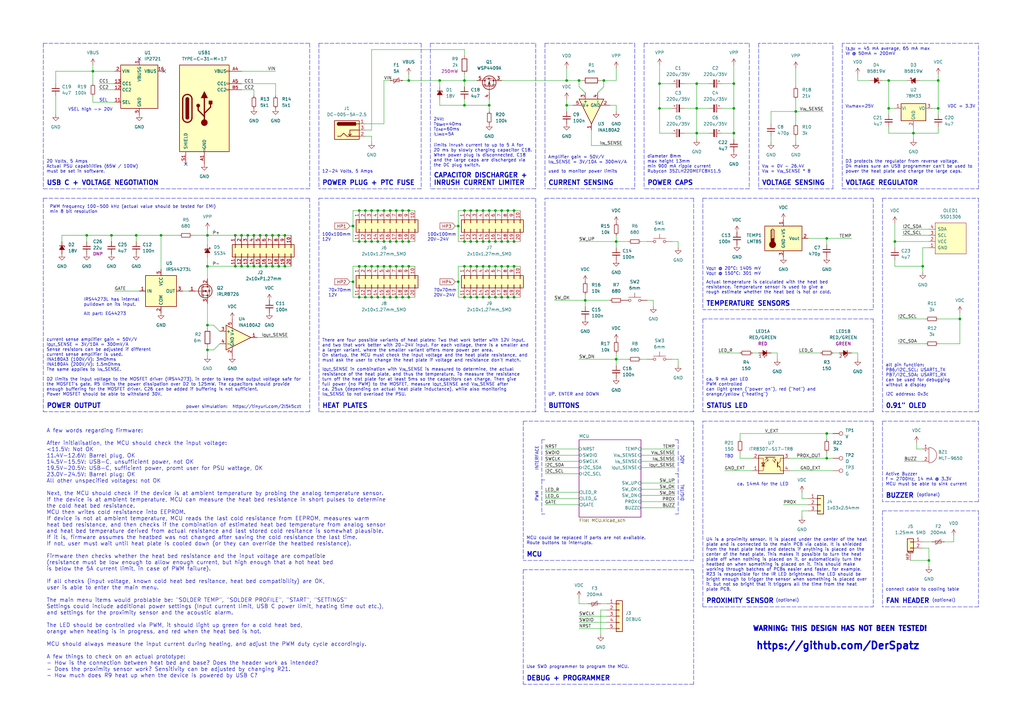
<source format=kicad_sch>
(kicad_sch (version 20211123) (generator eeschema)
  (paper "A3")
  (title_block (title "reflow solder table base (development version)") (date "2022-03-18") (rev "0.9"))
  (lib_symbols
    (symbol "Amplifier_Current:INA180A2" (pin_names (offset 0.127))
      (property "Reference" "U" (at 3.81 3.81 0))
      (property "Value" "INA180A2" (at 3.81 -2.54 0))
      (symbol "INA180A2_1_1"
        (pin output line (at 7.62 0 180) (length 2.54) (name "~") (number "1"))
        (pin power_in line (at -2.54 -7.62 90) (length 3.81) (name "GND") (number "2"))
        (pin input line (at -7.62 2.54 0) (length 2.54) (name "+") (number "3"))
        (pin input line (at -7.62 -2.54 0) (length 2.54) (name "-") (number "4"))
        (pin power_in line (at -2.54 7.62 270) (length 3.81) (name "V+") (number "5"))
      )
    )
    (symbol "Connector:Barrel_Jack_Switch" (pin_names hide)
      (property "Reference" "J" (at 0 5.334 0))
      (property "Value" "Barrel_Jack_Switch" (at 0 -5.08 0))
      (symbol "Barrel_Jack_Switch_1_1"
        (pin passive line (at 7.62 2.54 180) (length 2.54) (name "~") (number "1"))
        (pin passive line (at 7.62 -2.54 180) (length 2.54) (name "~") (number "2"))
        (pin passive line (at 7.62 0 180) (length 2.54) (name "~") (number "3"))
      )
    )
    (symbol "Connector:TestPoint" (pin_numbers hide) (pin_names (offset 0.762) hide)
      (property "Reference" "TP" (at 0 6.858 0))
      (property "Value" "TestPoint" (at 0 5.08 0))
      (symbol "TestPoint_1_1"
        (pin passive line (at 0 0 90) (length 2.54) (name "1") (number "1"))
      )
    )
    (symbol "Connector_Generic:Conn_01x03" (pin_names (offset 1.016) hide)
      (property "Reference" "J" (at 0 5.08 0))
      (property "Value" "Conn_01x03" (at 0 -5.08 0))
      (symbol "Conn_01x03_1_1"
        (pin passive line (at -5.08 2.54 0) (length 3.81) (name "Pin_1") (number "1"))
        (pin passive line (at -5.08 0 0) (length 3.81) (name "Pin_2") (number "2"))
        (pin passive line (at -5.08 -2.54 0) (length 3.81) (name "Pin_3") (number "3"))
      )
    )
    (symbol "Connector_Generic:Conn_01x05" (pin_names (offset 1.016) hide)
      (property "Reference" "J" (at 0 7.62 0))
      (property "Value" "Conn_01x05" (at 0 -7.62 0))
      (symbol "Conn_01x05_1_1"
        (pin passive line (at -5.08 5.08 0) (length 3.81) (name "Pin_1") (number "1"))
        (pin passive line (at -5.08 2.54 0) (length 3.81) (name "Pin_2") (number "2"))
        (pin passive line (at -5.08 0 0) (length 3.81) (name "Pin_3") (number "3"))
        (pin passive line (at -5.08 -2.54 0) (length 3.81) (name "Pin_4") (number "4"))
        (pin passive line (at -5.08 -5.08 0) (length 3.81) (name "Pin_5") (number "5"))
      )
    )
    (symbol "Connector_Generic:Conn_02x10_Top_Bottom" (pin_names (offset 1.016) hide)
      (property "Reference" "J" (at 1.27 12.7 0))
      (property "Value" "Conn_02x10_Top_Bottom" (at 1.27 -15.24 0))
      (symbol "Conn_02x10_Top_Bottom_1_1"
        (pin passive line (at -5.08 10.16 0) (length 3.81) (name "Pin_1") (number "1"))
        (pin passive line (at -5.08 -12.7 0) (length 3.81) (name "Pin_10") (number "10"))
        (pin passive line (at 7.62 10.16 180) (length 3.81) (name "Pin_11") (number "11"))
        (pin passive line (at 7.62 7.62 180) (length 3.81) (name "Pin_12") (number "12"))
        (pin passive line (at 7.62 5.08 180) (length 3.81) (name "Pin_13") (number "13"))
        (pin passive line (at 7.62 2.54 180) (length 3.81) (name "Pin_14") (number "14"))
        (pin passive line (at 7.62 0 180) (length 3.81) (name "Pin_15") (number "15"))
        (pin passive line (at 7.62 -2.54 180) (length 3.81) (name "Pin_16") (number "16"))
        (pin passive line (at 7.62 -5.08 180) (length 3.81) (name "Pin_17") (number "17"))
        (pin passive line (at 7.62 -7.62 180) (length 3.81) (name "Pin_18") (number "18"))
        (pin passive line (at 7.62 -10.16 180) (length 3.81) (name "Pin_19") (number "19"))
        (pin passive line (at -5.08 7.62 0) (length 3.81) (name "Pin_2") (number "2"))
        (pin passive line (at 7.62 -12.7 180) (length 3.81) (name "Pin_20") (number "20"))
        (pin passive line (at -5.08 5.08 0) (length 3.81) (name "Pin_3") (number "3"))
        (pin passive line (at -5.08 2.54 0) (length 3.81) (name "Pin_4") (number "4"))
        (pin passive line (at -5.08 0 0) (length 3.81) (name "Pin_5") (number "5"))
        (pin passive line (at -5.08 -2.54 0) (length 3.81) (name "Pin_6") (number "6"))
        (pin passive line (at -5.08 -5.08 0) (length 3.81) (name "Pin_7") (number "7"))
        (pin passive line (at -5.08 -7.62 0) (length 3.81) (name "Pin_8") (number "8"))
        (pin passive line (at -5.08 -10.16 0) (length 3.81) (name "Pin_9") (number "9"))
      )
    )
    (symbol "Connector_Generic_MountingPin:Conn_01x02_MountingPin" (pin_names (offset 1.016) hide)
      (property "Reference" "J" (at 0 2.54 0))
      (property "Value" "Conn_01x02_MountingPin" (at 1.27 -5.08 0))
      (symbol "Conn_01x02_MountingPin_1_1"
        (text "Mounting" (at 0 -4.191 0) (effects (font (size 0.381 0.381))))
        (pin passive line (at -5.08 0 0) (length 3.81) (name "Pin_1") (number "1"))
        (pin passive line (at -5.08 -2.54 0) (length 3.81) (name "Pin_2") (number "2"))
        (pin passive line (at 0 -7.62 90) (length 3.048) (name "MountPin") (number "MP"))
      )
    )
    (symbol "Device:Buzzer" (pin_names (offset 0.0254) hide)
      (property "Reference" "BZ" (at 3.81 1.27 0))
      (property "Value" "Buzzer" (at 3.81 -1.27 0))
      (symbol "Buzzer_1_1"
        (pin passive line (at -2.54 2.54 0) (length 2.54) (name "-") (number "1"))
        (pin passive line (at -2.54 -2.54 0) (length 2.54) (name "+") (number "2"))
      )
    )
    (symbol "Device:C_Polarized_Small" (pin_numbers hide) (pin_names (offset 0.254) hide)
      (property "Reference" "C" (at 0.254 1.778 0))
      (property "Value" "C_Polarized_Small" (at 0.254 -2.032 0))
      (symbol "C_Polarized_Small_1_1"
        (pin passive line (at 0 2.54 270) (length 1.8542) (name "~") (number "1"))
        (pin passive line (at 0 -2.54 90) (length 1.8542) (name "~") (number "2"))
      )
    )
    (symbol "Device:C_Small" (pin_numbers hide) (pin_names (offset 0.254) hide)
      (property "Reference" "C" (at 0.254 1.778 0))
      (property "Value" "C_Small" (at 0.254 -2.032 0))
      (symbol "C_Small_1_1"
        (pin passive line (at 0 2.54 270) (length 2.032) (name "~") (number "1"))
        (pin passive line (at 0 -2.54 90) (length 2.032) (name "~") (number "2"))
      )
    )
    (symbol "Device:D_Schottky_Small_Filled" (pin_numbers hide) (pin_names (offset 0.254) hide)
      (property "Reference" "D" (at -1.27 2.032 0))
      (property "Value" "D_Schottky_Small_Filled" (at -7.112 -2.032 0))
      (symbol "D_Schottky_Small_Filled_1_1"
        (pin passive line (at -2.54 0 0) (length 1.778) (name "K") (number "1"))
        (pin passive line (at 2.54 0 180) (length 1.778) (name "A") (number "2"))
      )
    )
    (symbol "Device:D_Zener_Small_Filled" (pin_numbers hide) (pin_names (offset 0.254) hide)
      (property "Reference" "D" (at 0 2.286 0))
      (property "Value" "D_Zener_Small_Filled" (at 0 -2.286 0))
      (symbol "D_Zener_Small_Filled_1_1"
        (pin passive line (at -2.54 0 0) (length 1.778) (name "K") (number "1"))
        (pin passive line (at 2.54 0 180) (length 1.778) (name "A") (number "2"))
      )
    )
    (symbol "Device:Polyfuse_Small" (pin_numbers hide) (pin_names (offset 0))
      (property "Reference" "F" (at -1.905 0 90))
      (property "Value" "Polyfuse_Small" (at 1.905 0 90))
      (symbol "Polyfuse_Small_1_1"
        (pin passive line (at 0 2.54 270) (length 0.635) (name "~") (number "1"))
        (pin passive line (at 0 -2.54 90) (length 0.635) (name "~") (number "2"))
      )
    )
    (symbol "Device:Q_NMOS_GDS" (pin_names (offset 0) hide)
      (property "Reference" "Q" (at 5.08 1.27 0))
      (property "Value" "Q_NMOS_GDS" (at 5.08 -1.27 0))
      (symbol "Q_NMOS_GDS_1_1"
        (pin input line (at -5.08 0 0) (length 2.54) (name "G") (number "1"))
        (pin passive line (at 2.54 5.08 270) (length 2.54) (name "D") (number "2"))
        (pin passive line (at 2.54 -5.08 90) (length 2.54) (name "S") (number "3"))
      )
    )
    (symbol "Device:R" (pin_numbers hide) (pin_names (offset 0))
      (property "Reference" "R" (at 2.032 0 90))
      (property "Value" "R" (at 0 0 90))
      (symbol "R_1_1"
        (pin passive line (at 0 3.81 270) (length 1.27) (name "~") (number "1"))
        (pin passive line (at 0 -3.81 90) (length 1.27) (name "~") (number "2"))
      )
    )
    (symbol "Device:R_Small" (pin_numbers hide) (pin_names (offset 0.254) hide)
      (property "Reference" "R" (at 0.762 0.508 0))
      (property "Value" "R_Small" (at 0.762 -1.016 0))
      (symbol "R_Small_1_1"
        (pin passive line (at 0 2.54 270) (length 0.762) (name "~") (number "1"))
        (pin passive line (at 0 -2.54 90) (length 0.762) (name "~") (number "2"))
      )
    )
    (symbol "LED_Dual_AKAK_Split_Small_Filled_1" (pin_numbers hide) (pin_names (offset 0.254) hide)
      (property "Reference" "LED?" (at 0.0635 6.35 0))
      (property "Value" "LED_Dual_AKAK_Split_Small_Filled_1" (at 0.0635 3.81 0))
      (symbol "LED_Dual_AKAK_Split_Small_Filled_1_1_1"
        (text "1" (at 1.905 1.27 0) (effects (font (size 1.27 1.27))))
        (pin passive line (at 2.54 0 180) (length 1.778) (name "A1") (number "1"))
        (pin passive line (at -2.54 0 0) (length 1.778) (name "K1") (number "2"))
      )
      (symbol "LED_Dual_AKAK_Split_Small_Filled_1_2_1"
        (text "2" (at 1.905 1.27 0) (effects (font (size 1.27 1.27))))
        (pin passive line (at 2.54 0 180) (length 1.778) (name "A2") (number "3"))
        (pin passive line (at -2.54 0 0) (length 1.778) (name "K2") (number "4"))
      )
    )
    (symbol "OLED SSD1306:SSD1306" (pin_names (offset 1.016))
      (property "Reference" "Brd" (at 0 -3.81 0))
      (property "Value" "SSD1306" (at 0 -1.27 0))
      (symbol "SSD1306_1_1"
        (pin input line (at -3.81 8.89 270) (length 2.54) (name "GND") (number "1"))
        (pin input line (at -1.27 8.89 270) (length 2.54) (name "VCC") (number "2"))
        (pin input line (at 1.27 8.89 270) (length 2.54) (name "SCL") (number "3"))
        (pin input line (at 3.81 8.89 270) (length 2.54) (name "SDA") (number "4"))
      )
    )
    (symbol "Regulator_Linear:LT1129-3.3_SOT223" (pin_names (offset 0.254))
      (property "Reference" "U" (at -3.81 3.175 0))
      (property "Value" "LT1129-3.3_SOT223" (at 0 3.175 0))
      (symbol "LT1129-3.3_SOT223_1_1"
        (pin power_in line (at -7.62 0 0) (length 2.54) (name "VI") (number "1"))
        (pin power_in line (at 0 -7.62 90) (length 2.54) (name "GND") (number "2"))
        (pin power_out line (at 7.62 0 180) (length 2.54) (name "VO") (number "3"))
      )
    )
    (symbol "Sensor_Proximity:ITR8307-S17-TR8" (pin_names (offset 0.0254) hide)
      (property "Reference" "U" (at -3.81 5.08 0))
      (property "Value" "ITR8307-S17-TR8" (at 15.24 5.08 0))
      (symbol "ITR8307-S17-TR8_1_1"
        (pin passive line (at -7.62 -2.54 0) (length 2.54) (name "K") (number "1"))
        (pin passive line (at -7.62 2.54 0) (length 2.54) (name "A") (number "2"))
        (pin open_collector line (at 7.62 2.54 180) (length 2.54) (name "~") (number "3"))
        (pin open_emitter line (at 7.62 -2.54 180) (length 2.54) (name "~") (number "4"))
      )
    )
    (symbol "Sensor_Temperature:LM35-LP" (pin_names (offset 1.016))
      (property "Reference" "U" (at -6.35 6.35 0))
      (property "Value" "LM35-LP" (at 1.27 6.35 0))
      (symbol "LM35-LP_1_1"
        (pin power_in line (at 0 7.62 270) (length 2.54) (name "+VS") (number "1"))
        (pin output line (at 10.16 0 180) (length 2.54) (name "Vout") (number "2"))
        (pin power_in line (at 0 -7.62 90) (length 2.54) (name "GND") (number "3"))
      )
    )
    (symbol "Switch:SW_Push" (pin_numbers hide) (pin_names (offset 1.016) hide)
      (property "Reference" "SW" (at 1.27 2.54 0))
      (property "Value" "SW_Push" (at 0 -1.524 0))
      (symbol "SW_Push_0_1"
        (pin passive line (at -5.08 0 0) (length 2.54) (name "1") (number "1"))
        (pin passive line (at 5.08 0 180) (length 2.54) (name "2") (number "2"))
      )
    )
    (symbol "User:IP2721"
      (property "Reference" "U" (at -7.62 -10.16 0))
      (property "Value" "IP2721" (at 5.08 -10.16 0))
      (symbol "IP2721_1_1"
        (pin passive line (at 0 11.43 270) (length 2.54) (name "VBUSG") (number "1"))
        (pin no_connect line (at 0 0 0) (length 2.54) hide (name "NC") (number "10"))
        (pin input line (at -10.16 -6.35 0) (length 2.54) (name "SEL") (number "11"))
        (pin bidirectional line (at -10.16 -1.27 0) (length 2.54) (name "CC2") (number "12"))
        (pin bidirectional line (at -10.16 1.27 0) (length 2.54) (name "CC1") (number "13"))
        (pin no_connect line (at 0 0 0) (length 2.54) hide (name "NC") (number "14"))
        (pin no_connect line (at 0 0 0) (length 2.54) hide (name "NC") (number "15"))
        (pin passive line (at 10.16 6.35 180) (length 2.54) (name "VBUS") (number "16"))
        (pin power_in line (at -10.16 6.35 0) (length 2.54) (name "VIN") (number "2"))
        (pin no_connect line (at 0 0 0) (length 2.54) hide (name "NC") (number "3"))
        (pin no_connect line (at 0 0 0) (length 2.54) hide (name "NC") (number "4"))
        (pin power_in line (at 0 -11.43 90) (length 2.54) (name "GND") (number "5"))
        (pin no_connect line (at 0 0 0) (length 2.54) hide (name "TST1") (number "6"))
        (pin no_connect line (at 0 0 0) (length 2.54) hide (name "TST2") (number "7"))
        (pin no_connect line (at 0 0 0) (length 2.54) hide (name "TST3") (number "8"))
        (pin no_connect line (at 0 0 0) (length 2.54) hide (name "NC") (number "9"))
      )
    )
    (symbol "User:IRS44273L"
      (property "Reference" "U" (at 1.27 11.43 0))
      (property "Value" "IRS44273L" (at 1.27 8.89 0))
      (symbol "IRS44273L_1_1"
        (pin input line (at -8.89 0 0) (length 2.54) (name "IN") (number "1"))
        (pin power_in line (at 0 -8.89 90) (length 2.54) (name "COM") (number "2"))
        (pin output line (at 8.89 0 180) (length 2.54) (name "OUT") (number "3"))
        (pin output line (at 8.89 0 180) (length 2.54) hide (name "OUT") (number "4"))
        (pin power_in line (at 0 8.89 270) (length 2.54) (name "VCC") (number "5"))
      )
    )
    (symbol "User:LED_Dual_AKAK_Split_Small_Filled" (pin_numbers hide) (pin_names (offset 0.254) hide)
      (property "Reference" "LED?" (at 0.0635 6.35 0))
      (property "Value" "LED_Dual_AKAK_Split_Small_Filled" (at 0.0635 3.81 0))
      (symbol "LED_Dual_AKAK_Split_Small_Filled_1_1"
        (text "1" (at 1.905 1.27 0) (effects (font (size 1.27 1.27))))
        (pin passive line (at 2.54 0 180) (length 1.778) (name "A1") (number "1"))
        (pin passive line (at -2.54 0 0) (length 1.778) (name "K1") (number "2"))
      )
      (symbol "LED_Dual_AKAK_Split_Small_Filled_2_1"
        (text "2" (at 1.905 1.27 0) (effects (font (size 1.27 1.27))))
        (pin passive line (at 2.54 0 180) (length 1.778) (name "A2") (number "3"))
        (pin passive line (at -2.54 0 0) (length 1.778) (name "K2") (number "4"))
      )
    )
    (symbol "User:Q_PMOS_SSSGDDDD" (pin_names (offset 0) hide)
      (property "Reference" "Q" (at 5.08 1.27 0))
      (property "Value" "Q_PMOS_SSSGDDDD" (at 5.08 -1.27 0))
      (symbol "Q_PMOS_SSSGDDDD_1_1"
        (pin passive line (at 2.54 -5.08 90) (length 2.54) hide (name "S") (number "1"))
        (pin passive line (at 2.54 -5.08 90) (length 2.54) hide (name "S") (number "2"))
        (pin passive line (at 2.54 -5.08 90) (length 2.54) (name "S") (number "3"))
        (pin input line (at -5.08 0 0) (length 2.54) (name "G") (number "4"))
        (pin passive line (at 2.54 5.08 270) (length 2.54) (name "D") (number "5"))
        (pin passive line (at 2.54 5.08 270) (length 2.54) hide (name "D") (number "6"))
        (pin passive line (at 2.54 5.08 270) (length 2.54) hide (name "D") (number "7"))
        (pin passive line (at 2.54 5.08 270) (length 2.54) hide (name "D") (number "8"))
      )
    )
    (symbol "User:USB_C_Receptacle_PowerOnly" (pin_names (offset 1.016))
      (property "Reference" "J?" (at 0 22.86 0))
      (property "Value" "USB_C_Receptacle_PowerOnly" (at 0 20.32 0))
      (symbol "USB_C_Receptacle_PowerOnly_1_1"
        (pin passive line (at 0 -22.86 90) (length 5.08) (name "GND") (number "A1"))
        (pin passive line (at 0 -22.86 90) (length 5.08) hide (name "GND") (number "A12"))
        (pin passive line (at 15.24 15.24 180) (length 5.08) (name "VBUS") (number "A4"))
        (pin bidirectional line (at 15.24 10.16 180) (length 5.08) (name "CC1") (number "A5"))
        (pin passive line (at 15.24 15.24 180) (length 5.08) hide (name "VBUS") (number "A9"))
        (pin passive line (at 0 -22.86 90) (length 5.08) hide (name "GND") (number "B1"))
        (pin passive line (at 0 -22.86 90) (length 5.08) hide (name "GND") (number "B12"))
        (pin passive line (at 15.24 15.24 180) (length 5.08) hide (name "VBUS") (number "B4"))
        (pin bidirectional line (at 15.24 7.62 180) (length 5.08) (name "CC2") (number "B5"))
        (pin passive line (at 15.24 15.24 180) (length 5.08) hide (name "VBUS") (number "B9"))
        (pin passive line (at -7.62 -22.86 90) (length 5.08) (name "SHIELD") (number "S1"))
      )
    )
    (symbol "power:GND" (power) (pin_names (offset 0))
      (property "Value" "GND" (at 0 -3.81 0))
      (symbol "GND_1_1"
        (pin power_in line (at 0 0 270) (length 0) hide (name "GND") (number "1"))
      )
    )
    (symbol "power:VBUS" (power) (pin_names (offset 0))
      (property "Value" "VBUS" (at 0 3.81 0))
      (symbol "VBUS_1_1"
        (pin power_in line (at 0 0 90) (length 0) hide (name "VBUS") (number "1"))
      )
    )
    (symbol "power:VDC" (power) (pin_names (offset 0))
      (property "Value" "VDC" (at 0 6.35 0))
      (symbol "VDC_1_1"
        (pin power_in line (at 0 0 90) (length 0) hide (name "VDC") (number "1"))
      )
    )
    (symbol "power:VDD" (power) (pin_names (offset 0))
      (property "Value" "VDD" (at 0 3.81 0))
      (symbol "VDD_1_1"
        (pin power_in line (at 0 0 90) (length 0) hide (name "VDD") (number "1"))
      )
    )
    (symbol "power:VPP" (power) (pin_names (offset 0))
      (property "Value" "VPP" (at 0 3.81 0))
      (symbol "VPP_1_1"
        (pin power_in line (at 0 0 90) (length 0) hide (name "VPP") (number "1"))
      )
    )
  )
  (junction (at 203.2 99.06))
  (junction (at 339.09 187.96))
  (junction (at 270.51 34.29))
  (junction (at 35.56 96.52))
  (junction (at 154.94 121.92))
  (junction (at 300.99 34.29))
  (junction (at 154.94 86.36))
  (junction (at 187.96 92.71))
  (junction (at 162.56 121.92))
  (junction (at 364.49 44.45))
  (junction (at 160.02 109.22))
  (junction (at 200.66 109.22))
  (junction (at 367.03 99.06))
  (junction (at 208.28 86.36))
  (junction (at 300.99 44.45))
  (junction (at 165.1 86.36))
  (junction (at 114.3 109.22))
  (junction (at 339.09 97.79))
  (junction (at 393.7 130.81))
  (junction (at 205.74 109.22))
  (junction (at 147.32 99.06))
  (junction (at 101.6 109.22))
  (junction (at 232.41 43.18))
  (junction (at 114.3 96.52))
  (junction (at 198.12 121.92))
  (junction (at 167.64 86.36))
  (junction (at 101.6 96.52))
  (junction (at 167.64 99.06))
  (junction (at 208.28 109.22))
  (junction (at 326.39 45.72))
  (junction (at 96.52 109.22))
  (junction (at 208.28 99.06))
  (junction (at 210.82 99.06))
  (junction (at 203.2 109.22))
  (junction (at 144.78 92.71))
  (junction (at 165.1 99.06))
  (junction (at 381 229.87))
  (junction (at 193.04 109.22))
  (junction (at 384.81 44.45))
  (junction (at 232.41 33.02))
  (junction (at 193.04 121.92))
  (junction (at 374.65 54.61))
  (junction (at 190.5 99.06))
  (junction (at 147.32 109.22))
  (junction (at 195.58 121.92))
  (junction (at 210.82 86.36))
  (junction (at 104.14 109.22))
  (junction (at 162.56 86.36))
  (junction (at 85.09 133.35))
  (junction (at 160.02 99.06))
  (junction (at 157.48 99.06))
  (junction (at 193.04 99.06))
  (junction (at 285.75 54.61))
  (junction (at 378.46 109.22))
  (junction (at 247.65 33.02))
  (junction (at 152.4 99.06))
  (junction (at 109.22 109.22))
  (junction (at 152.4 121.92))
  (junction (at 154.94 109.22))
  (junction (at 205.74 86.36))
  (junction (at 203.2 86.36))
  (junction (at 45.72 96.52))
  (junction (at 190.5 33.02))
  (junction (at 203.2 121.92))
  (junction (at 187.96 115.57))
  (junction (at 205.74 99.06))
  (junction (at 364.49 33.02))
  (junction (at 198.12 86.36))
  (junction (at 149.86 109.22))
  (junction (at 193.04 86.36))
  (junction (at 285.75 34.29))
  (junction (at 152.4 109.22))
  (junction (at 200.66 43.18))
  (junction (at 200.66 86.36))
  (junction (at 237.49 33.02))
  (junction (at 195.58 109.22))
  (junction (at 180.34 33.02))
  (junction (at 152.4 86.36))
  (junction (at 147.32 121.92))
  (junction (at 210.82 121.92))
  (junction (at 252.73 147.32))
  (junction (at 66.04 96.52))
  (junction (at 300.99 54.61))
  (junction (at 116.84 96.52))
  (junction (at 190.5 109.22))
  (junction (at 111.76 96.52))
  (junction (at 104.14 96.52))
  (junction (at 160.02 86.36))
  (junction (at 339.09 177.8))
  (junction (at 270.51 44.45))
  (junction (at 99.06 109.22))
  (junction (at 162.56 99.06))
  (junction (at 116.84 109.22))
  (junction (at 384.81 33.02))
  (junction (at 162.56 109.22))
  (junction (at 157.48 109.22))
  (junction (at 190.5 121.92))
  (junction (at 85.09 143.51))
  (junction (at 167.64 121.92))
  (junction (at 285.75 44.45))
  (junction (at 55.88 96.52))
  (junction (at 149.86 86.36))
  (junction (at 147.32 86.36))
  (junction (at 165.1 109.22))
  (junction (at 111.76 109.22))
  (junction (at 157.48 121.92))
  (junction (at 106.68 109.22))
  (junction (at 149.86 99.06))
  (junction (at 167.64 109.22))
  (junction (at 200.66 121.92))
  (junction (at 208.28 121.92))
  (junction (at 167.64 33.02))
  (junction (at 85.09 109.22))
  (junction (at 38.1 29.21))
  (junction (at 240.03 123.19))
  (junction (at 149.86 121.92))
  (junction (at 210.82 109.22))
  (junction (at 85.09 96.52))
  (junction (at 106.68 96.52))
  (junction (at 198.12 109.22))
  (junction (at 195.58 86.36))
  (junction (at 190.5 43.18))
  (junction (at 157.48 86.36))
  (junction (at 109.22 96.52))
  (junction (at 144.78 115.57))
  (junction (at 190.5 86.36))
  (junction (at 200.66 99.06))
  (junction (at 96.52 96.52))
  (junction (at 252.73 99.06))
  (junction (at 160.02 121.92))
  (junction (at 165.1 121.92))
  (junction (at 154.94 99.06))
  (junction (at 198.12 99.06))
  (junction (at 195.58 99.06))
  (junction (at 205.74 121.92))
  (junction (at 99.06 96.52))
  (no_connect (at 57.15 24.13))
  (no_connect (at 76.2 67.31))
  (no_connect (at 67.31 29.21))
  (wire (pts (xy 144.78 99.06) (xy 147.32 99.06)))
  (wire (pts (xy 246.38 250.19) (xy 246.38 260.35)))
  (wire (pts (xy 247.65 35.56) (xy 247.65 33.02)))
  (wire (pts (xy 240.03 123.19) (xy 250.19 123.19)))
  (wire (pts (xy 200.66 40.64) (xy 200.66 43.18)))
  (wire (pts (xy 101.6 109.22) (xy 99.06 109.22)))
  (wire (pts (xy 378.46 109.22) (xy 378.46 101.6)))
  (wire (pts (xy 154.94 109.22) (xy 152.4 109.22)))
  (wire (pts (xy 78.74 96.52) (xy 85.09 96.52)))
  (wire (pts (xy 318.77 144.78) (xy 318.77 147.32)))
  (wire (pts (xy 190.5 20.32) (xy 190.5 22.86)))
  (wire (pts (xy 55.88 96.52) (xy 55.88 99.06)))
  (wire (pts (xy 143.51 92.71) (xy 144.78 92.71)))
  (wire (pts (xy 109.22 96.52) (xy 111.76 96.52)))
  (wire (pts (xy 38.1 29.21) (xy 38.1 34.29)))
  (polyline (pts (xy 223.52 81.28) (xy 284.48 81.28)))
  (wire (pts (xy 327.66 144.78) (xy 336.55 144.78)))
  (wire (pts (xy 316.23 144.78) (xy 318.77 144.78)))
  (wire (pts (xy 270.51 44.45) (xy 270.51 54.61)))
  (wire (pts (xy 193.04 99.06) (xy 195.58 99.06)))
  (polyline (pts (xy 358.14 130.81) (xy 358.14 168.91)))
  (wire (pts (xy 190.5 40.64) (xy 190.5 43.18)))
  (wire (pts (xy 285.75 44.45) (xy 290.83 44.45)))
  (polyline (pts (xy 288.29 81.28) (xy 288.29 127)))
  (wire (pts (xy 295.91 44.45) (xy 300.99 44.45)))
  (wire (pts (xy 265.43 147.32) (xy 262.89 147.32)))
  (wire (pts (xy 384.81 54.61) (xy 384.81 52.07)))
  (wire (pts (xy 152.4 109.22) (xy 149.86 109.22)))
  (wire (pts (xy 252.73 96.52) (xy 252.73 99.06)))
  (wire (pts (xy 167.64 86.36) (xy 170.18 86.36)))
  (polyline (pts (xy 127 17.78) (xy 127 77.47)))
  (wire (pts (xy 160.02 109.22) (xy 157.48 109.22)))
  (polyline (pts (xy 17.78 81.28) (xy 17.78 168.91)))
  (wire (pts (xy 370.84 189.23) (xy 378.46 189.23)))
  (wire (pts (xy 144.78 115.57) (xy 144.78 121.92)))
  (polyline (pts (xy 219.71 168.91) (xy 130.81 168.91)))
  (wire (pts (xy 275.59 54.61) (xy 270.51 54.61)))
  (wire (pts (xy 144.78 86.36) (xy 144.78 92.71)))
  (wire (pts (xy 190.5 109.22) (xy 187.96 109.22)))
  (wire (pts (xy 45.72 96.52) (xy 45.72 99.06)))
  (wire (pts (xy 66.04 96.52) (xy 66.04 110.49)))
  (wire (pts (xy 276.86 200.66) (xy 262.89 200.66)))
  (wire (pts (xy 190.5 121.92) (xy 193.04 121.92)))
  (wire (pts (xy 303.53 187.96) (xy 303.53 185.42)))
  (polyline (pts (xy 222.25 196.85) (xy 222.25 210.82)))
  (polyline (pts (xy 276.86 210.82) (xy 278.13 210.82)))
  (wire (pts (xy 193.04 86.36) (xy 190.5 86.36)))
  (wire (pts (xy 40.64 36.83) (xy 46.99 36.83)))
  (wire (pts (xy 99.06 34.29) (xy 113.03 34.29)))
  (polyline (pts (xy 288.29 81.28) (xy 358.14 81.28)))
  (wire (pts (xy 276.86 205.74) (xy 262.89 205.74)))
  (wire (pts (xy 190.5 33.02) (xy 195.58 33.02)))
  (polyline (pts (xy 278.13 180.34) (xy 278.13 194.31)))
  (wire (pts (xy 378.46 111.76) (xy 378.46 109.22)))
  (polyline (pts (xy 172.72 17.78) (xy 172.72 77.47)))
  (wire (pts (xy 111.76 109.22) (xy 114.3 109.22)))
  (wire (pts (xy 240.03 123.19) (xy 240.03 125.73)))
  (wire (pts (xy 300.99 34.29) (xy 300.99 44.45)))
  (wire (pts (xy 195.58 99.06) (xy 198.12 99.06)))
  (wire (pts (xy 35.56 96.52) (xy 45.72 96.52)))
  (wire (pts (xy 257.81 99.06) (xy 252.73 99.06)))
  (wire (pts (xy 331.47 204.47) (xy 328.93 204.47)))
  (wire (pts (xy 364.49 52.07) (xy 364.49 54.61)))
  (wire (pts (xy 250.19 43.18) (xy 252.73 43.18)))
  (wire (pts (xy 278.13 147.32) (xy 278.13 149.86)))
  (wire (pts (xy 38.1 29.21) (xy 46.99 29.21)))
  (wire (pts (xy 187.96 92.71) (xy 187.96 99.06)))
  (wire (pts (xy 278.13 147.32) (xy 275.59 147.32)))
  (wire (pts (xy 285.75 34.29) (xy 290.83 34.29)))
  (wire (pts (xy 195.58 121.92) (xy 198.12 121.92)))
  (wire (pts (xy 361.95 33.02) (xy 364.49 33.02)))
  (wire (pts (xy 22.86 29.21) (xy 38.1 29.21)))
  (wire (pts (xy 104.14 36.83) (xy 104.14 39.37)))
  (polyline (pts (xy 284.48 229.87) (xy 214.63 229.87)))
  (wire (pts (xy 210.82 86.36) (xy 213.36 86.36)))
  (wire (pts (xy 384.81 46.99) (xy 384.81 44.45)))
  (wire (pts (xy 85.09 109.22) (xy 85.09 114.3)))
  (polyline (pts (xy 341.63 17.78) (xy 311.15 17.78)))
  (wire (pts (xy 280.67 54.61) (xy 285.75 54.61)))
  (wire (pts (xy 85.09 133.35) (xy 85.09 134.62)))
  (wire (pts (xy 374.65 54.61) (xy 384.81 54.61)))
  (polyline (pts (xy 223.52 168.91) (xy 223.52 81.28)))
  (wire (pts (xy 162.56 109.22) (xy 160.02 109.22)))
  (wire (pts (xy 210.82 121.92) (xy 213.36 121.92)))
  (wire (pts (xy 187.96 99.06) (xy 190.5 99.06)))
  (wire (pts (xy 104.14 96.52) (xy 101.6 96.52)))
  (wire (pts (xy 157.48 33.02) (xy 160.02 33.02)))
  (polyline (pts (xy 264.16 17.78) (xy 264.16 77.47)))
  (wire (pts (xy 208.28 86.36) (xy 205.74 86.36)))
  (wire (pts (xy 247.65 33.02) (xy 246.38 33.02)))
  (wire (pts (xy 323.85 193.04) (xy 341.63 193.04)))
  (polyline (pts (xy 17.78 168.91) (xy 127 168.91)))
  (wire (pts (xy 367.03 99.06) (xy 367.03 101.6)))
  (wire (pts (xy 186.69 115.57) (xy 187.96 115.57)))
  (wire (pts (xy 368.3 140.97) (xy 379.73 140.97)))
  (wire (pts (xy 232.41 27.94) (xy 232.41 33.02)))
  (wire (pts (xy 339.09 177.8) (xy 341.63 177.8)))
  (polyline (pts (xy 214.63 233.68) (xy 214.63 280.67)))
  (wire (pts (xy 205.74 109.22) (xy 203.2 109.22)))
  (wire (pts (xy 200.66 43.18) (xy 200.66 45.72)))
  (wire (pts (xy 341.63 144.78) (xy 344.17 144.78)))
  (polyline (pts (xy 284.48 280.67) (xy 214.63 280.67)))
  (polyline (pts (xy 401.32 81.28) (xy 401.32 168.91)))
  (wire (pts (xy 247.65 35.56) (xy 245.11 38.1)))
  (polyline (pts (xy 284.48 172.72) (xy 284.48 229.87)))
  (wire (pts (xy 303.53 177.8) (xy 339.09 177.8)))
  (wire (pts (xy 105.41 138.43) (xy 118.11 138.43)))
  (polyline (pts (xy 222.25 180.34) (xy 222.25 196.85)))
  (wire (pts (xy 270.51 34.29) (xy 270.51 44.45)))
  (wire (pts (xy 262.89 99.06) (xy 265.43 99.06)))
  (wire (pts (xy 165.1 33.02) (xy 167.64 33.02)))
  (wire (pts (xy 190.5 99.06) (xy 193.04 99.06)))
  (wire (pts (xy 198.12 121.92) (xy 200.66 121.92)))
  (wire (pts (xy 237.49 255.27) (xy 248.92 255.27)))
  (wire (pts (xy 384.81 44.45) (xy 382.27 44.45)))
  (wire (pts (xy 242.57 59.69) (xy 255.27 59.69)))
  (wire (pts (xy 25.4 96.52) (xy 35.56 96.52)))
  (wire (pts (xy 223.52 189.23) (xy 237.49 189.23)))
  (wire (pts (xy 160.02 86.36) (xy 157.48 86.36)))
  (wire (pts (xy 267.97 123.19) (xy 265.43 123.19)))
  (wire (pts (xy 116.84 109.22) (xy 119.38 109.22)))
  (wire (pts (xy 144.78 109.22) (xy 144.78 115.57)))
  (wire (pts (xy 276.86 198.12) (xy 262.89 198.12)))
  (wire (pts (xy 149.86 99.06) (xy 152.4 99.06)))
  (wire (pts (xy 295.91 34.29) (xy 300.99 34.29)))
  (wire (pts (xy 40.64 34.29) (xy 46.99 34.29)))
  (wire (pts (xy 242.57 53.34) (xy 242.57 59.69)))
  (wire (pts (xy 248.92 247.65) (xy 246.38 247.65)))
  (wire (pts (xy 180.34 40.64) (xy 180.34 43.18)))
  (polyline (pts (xy 130.81 17.78) (xy 130.81 77.47)))
  (wire (pts (xy 316.23 58.42) (xy 316.23 55.88)))
  (wire (pts (xy 223.52 191.77) (xy 237.49 191.77)))
  (polyline (pts (xy 127 81.28) (xy 127 168.91)))
  (wire (pts (xy 149.86 109.22) (xy 147.32 109.22)))
  (wire (pts (xy 111.76 96.52) (xy 114.3 96.52)))
  (polyline (pts (xy 284.48 81.28) (xy 284.48 168.91)))
  (wire (pts (xy 208.28 99.06) (xy 210.82 99.06)))
  (wire (pts (xy 187.96 121.92) (xy 190.5 121.92)))
  (wire (pts (xy 351.79 144.78) (xy 349.25 144.78)))
  (wire (pts (xy 165.1 86.36) (xy 167.64 86.36)))
  (wire (pts (xy 66.04 96.52) (xy 73.66 96.52)))
  (wire (pts (xy 96.52 109.22) (xy 99.06 109.22)))
  (polyline (pts (xy 358.14 168.91) (xy 288.29 168.91)))
  (wire (pts (xy 144.78 121.92) (xy 147.32 121.92)))
  (wire (pts (xy 200.66 99.06) (xy 203.2 99.06)))
  (wire (pts (xy 85.09 96.52) (xy 96.52 96.52)))
  (wire (pts (xy 208.28 109.22) (xy 210.82 109.22)))
  (wire (pts (xy 300.99 26.67) (xy 300.99 34.29)))
  (wire (pts (xy 321.31 207.01) (xy 331.47 207.01)))
  (wire (pts (xy 339.09 177.8) (xy 339.09 180.34)))
  (wire (pts (xy 262.89 189.23) (xy 276.86 189.23)))
  (polyline (pts (xy 288.29 248.92) (xy 358.14 248.92)))
  (wire (pts (xy 237.49 33.02) (xy 238.76 33.02)))
  (wire (pts (xy 149.86 121.92) (xy 152.4 121.92)))
  (wire (pts (xy 96.52 96.52) (xy 99.06 96.52)))
  (wire (pts (xy 205.74 99.06) (xy 208.28 99.06)))
  (wire (pts (xy 87.63 133.35) (xy 85.09 133.35)))
  (wire (pts (xy 99.06 29.21) (xy 113.03 29.21)))
  (wire (pts (xy 203.2 99.06) (xy 205.74 99.06)))
  (wire (pts (xy 198.12 99.06) (xy 200.66 99.06)))
  (wire (pts (xy 349.25 97.79) (xy 339.09 97.79)))
  (wire (pts (xy 323.85 187.96) (xy 339.09 187.96)))
  (wire (pts (xy 165.1 121.92) (xy 167.64 121.92)))
  (wire (pts (xy 193.04 109.22) (xy 190.5 109.22)))
  (wire (pts (xy 180.34 43.18) (xy 190.5 43.18)))
  (wire (pts (xy 114.3 96.52) (xy 116.84 96.52)))
  (wire (pts (xy 373.38 229.87) (xy 381 229.87)))
  (polyline (pts (xy 222.25 196.85) (xy 223.52 196.85)))
  (wire (pts (xy 167.64 33.02) (xy 180.34 33.02)))
  (wire (pts (xy 278.13 99.06) (xy 275.59 99.06)))
  (wire (pts (xy 85.09 109.22) (xy 96.52 109.22)))
  (wire (pts (xy 109.22 109.22) (xy 106.68 109.22)))
  (wire (pts (xy 203.2 109.22) (xy 200.66 109.22)))
  (wire (pts (xy 165.1 86.36) (xy 162.56 86.36)))
  (wire (pts (xy 223.52 186.69) (xy 237.49 186.69)))
  (wire (pts (xy 308.61 144.78) (xy 311.15 144.78)))
  (wire (pts (xy 157.48 33.02) (xy 157.48 50.8)))
  (wire (pts (xy 378.46 224.79) (xy 381 224.79)))
  (wire (pts (xy 237.49 35.56) (xy 240.03 38.1)))
  (wire (pts (xy 162.56 99.06) (xy 165.1 99.06)))
  (wire (pts (xy 223.52 194.31) (xy 237.49 194.31)))
  (polyline (pts (xy 127 77.47) (xy 17.78 77.47)))
  (wire (pts (xy 364.49 33.02) (xy 364.49 44.45)))
  (wire (pts (xy 326.39 45.72) (xy 326.39 50.8)))
  (polyline (pts (xy 130.81 81.28) (xy 219.71 81.28)))
  (wire (pts (xy 237.49 252.73) (xy 248.92 252.73)))
  (polyline (pts (xy 401.32 248.92) (xy 361.95 248.92)))
  (polyline (pts (xy 176.53 17.78) (xy 219.71 17.78)))
  (wire (pts (xy 391.16 219.71) (xy 391.16 222.25)))
  (wire (pts (xy 154.94 121.92) (xy 157.48 121.92)))
  (polyline (pts (xy 214.63 172.72) (xy 284.48 172.72)))
  (wire (pts (xy 252.73 144.78) (xy 252.73 147.32)))
  (wire (pts (xy 252.73 27.94) (xy 252.73 33.02)))
  (wire (pts (xy 378.46 101.6) (xy 381 101.6)))
  (wire (pts (xy 252.73 147.32) (xy 252.73 149.86)))
  (wire (pts (xy 285.75 44.45) (xy 285.75 54.61)))
  (wire (pts (xy 165.1 109.22) (xy 167.64 109.22)))
  (wire (pts (xy 85.09 105.41) (xy 85.09 109.22)))
  (wire (pts (xy 208.28 109.22) (xy 205.74 109.22)))
  (wire (pts (xy 152.4 121.92) (xy 154.94 121.92)))
  (wire (pts (xy 237.49 245.11) (xy 237.49 247.65)))
  (wire (pts (xy 208.28 121.92) (xy 210.82 121.92)))
  (polyline (pts (xy 223.52 17.78) (xy 260.35 17.78)))
  (polyline (pts (xy 401.32 168.91) (xy 361.95 168.91)))
  (wire (pts (xy 111.76 109.22) (xy 109.22 109.22)))
  (wire (pts (xy 351.79 147.32) (xy 351.79 144.78)))
  (polyline (pts (xy 311.15 77.47) (xy 341.63 77.47)))
  (polyline (pts (xy 307.34 77.47) (xy 264.16 77.47)))
  (wire (pts (xy 368.3 130.81) (xy 379.73 130.81)))
  (wire (pts (xy 237.49 147.32) (xy 252.73 147.32)))
  (wire (pts (xy 38.1 41.91) (xy 38.1 39.37)))
  (wire (pts (xy 25.4 96.52) (xy 25.4 99.06)))
  (wire (pts (xy 167.64 99.06) (xy 170.18 99.06)))
  (wire (pts (xy 200.66 109.22) (xy 198.12 109.22)))
  (wire (pts (xy 104.14 96.52) (xy 106.68 96.52)))
  (wire (pts (xy 85.09 143.51) (xy 85.09 142.24)))
  (wire (pts (xy 300.99 54.61) (xy 300.99 44.45)))
  (wire (pts (xy 367.03 99.06) (xy 381 99.06)))
  (wire (pts (xy 370.205 96.52) (xy 381 96.52)))
  (wire (pts (xy 278.13 99.06) (xy 278.13 101.6)))
  (wire (pts (xy 367.03 44.45) (xy 364.49 44.45)))
  (wire (pts (xy 382.27 222.25) (xy 378.46 222.25)))
  (wire (pts (xy 147.32 121.92) (xy 149.86 121.92)))
  (wire (pts (xy 195.58 86.36) (xy 193.04 86.36)))
  (wire (pts (xy 195.58 109.22) (xy 193.04 109.22)))
  (wire (pts (xy 295.91 54.61) (xy 300.99 54.61)))
  (wire (pts (xy 180.34 33.02) (xy 190.5 33.02)))
  (wire (pts (xy 46.99 119.38) (xy 57.15 119.38)))
  (polyline (pts (xy 260.35 77.47) (xy 223.52 77.47)))
  (wire (pts (xy 38.1 26.67) (xy 38.1 29.21)))
  (wire (pts (xy 393.7 130.81) (xy 393.7 140.97)))
  (wire (pts (xy 152.4 55.88) (xy 152.4 58.42)))
  (wire (pts (xy 367.03 109.22) (xy 378.46 109.22)))
  (wire (pts (xy 147.32 109.22) (xy 144.78 109.22)))
  (polyline (pts (xy 288.29 172.72) (xy 358.14 172.72)))
  (wire (pts (xy 367.03 106.68) (xy 367.03 109.22)))
  (wire (pts (xy 381 229.87) (xy 381 232.41)))
  (wire (pts (xy 85.09 96.52) (xy 85.09 100.33)))
  (wire (pts (xy 85.09 143.51) (xy 87.63 143.51)))
  (polyline (pts (xy 17.78 17.78) (xy 17.78 77.47)))
  (polyline (pts (xy 264.16 17.78) (xy 307.34 17.78)))
  (wire (pts (xy 377.19 33.02) (xy 384.81 33.02)))
  (wire (pts (xy 300.99 54.61) (xy 300.99 57.15)))
  (wire (pts (xy 180.34 33.02) (xy 180.34 35.56)))
  (wire (pts (xy 198.12 86.36) (xy 195.58 86.36)))
  (wire (pts (xy 375.92 184.15) (xy 378.46 184.15)))
  (wire (pts (xy 157.48 121.92) (xy 160.02 121.92)))
  (wire (pts (xy 237.49 207.01) (xy 223.52 207.01)))
  (wire (pts (xy 160.02 121.92) (xy 162.56 121.92)))
  (wire (pts (xy 167.64 30.48) (xy 167.64 33.02)))
  (wire (pts (xy 393.7 128.27) (xy 393.7 130.81)))
  (polyline (pts (xy 288.29 130.81) (xy 288.29 168.91)))
  (wire (pts (xy 143.51 115.57) (xy 144.78 115.57)))
  (wire (pts (xy 152.4 20.32) (xy 152.4 53.34)))
  (wire (pts (xy 116.84 96.52) (xy 119.38 96.52)))
  (wire (pts (xy 208.28 86.36) (xy 210.82 86.36)))
  (wire (pts (xy 285.75 54.61) (xy 285.75 57.15)))
  (wire (pts (xy 374.65 52.07) (xy 374.65 54.61)))
  (wire (pts (xy 237.49 99.06) (xy 252.73 99.06)))
  (wire (pts (xy 270.51 26.67) (xy 270.51 34.29)))
  (wire (pts (xy 262.89 191.77) (xy 276.86 191.77)))
  (wire (pts (xy 157.48 99.06) (xy 160.02 99.06)))
  (wire (pts (xy 232.41 40.64) (xy 232.41 43.18)))
  (wire (pts (xy 154.94 99.06) (xy 157.48 99.06)))
  (wire (pts (xy 160.02 99.06) (xy 162.56 99.06)))
  (wire (pts (xy 308.61 193.04) (xy 297.18 193.04)))
  (polyline (pts (xy 176.53 17.78) (xy 176.53 77.47)))
  (wire (pts (xy 186.69 92.71) (xy 187.96 92.71)))
  (wire (pts (xy 247.65 33.02) (xy 252.73 33.02)))
  (wire (pts (xy 223.52 201.93) (xy 237.49 201.93)))
  (polyline (pts (xy 260.35 17.78) (xy 260.35 77.47)))
  (wire (pts (xy 55.88 96.52) (xy 66.04 96.52)))
  (polyline (pts (xy 401.32 209.55) (xy 401.32 248.92)))
  (wire (pts (xy 190.5 30.48) (xy 190.5 33.02)))
  (wire (pts (xy 205.74 33.02) (xy 232.41 33.02)))
  (wire (pts (xy 165.1 109.22) (xy 162.56 109.22)))
  (wire (pts (xy 339.09 187.96) (xy 339.09 185.42)))
  (wire (pts (xy 203.2 86.36) (xy 200.66 86.36)))
  (wire (pts (xy 384.81 30.48) (xy 384.81 33.02)))
  (wire (pts (xy 252.73 43.18) (xy 252.73 45.72)))
  (wire (pts (xy 262.89 186.69) (xy 276.86 186.69)))
  (polyline (pts (xy 358.14 172.72) (xy 358.14 248.92)))
  (polyline (pts (xy 311.15 17.78) (xy 311.15 77.47)))
  (wire (pts (xy 205.74 121.92) (xy 208.28 121.92)))
  (wire (pts (xy 114.3 109.22) (xy 116.84 109.22)))
  (wire (pts (xy 223.52 184.15) (xy 237.49 184.15)))
  (wire (pts (xy 157.48 86.36) (xy 154.94 86.36)))
  (polyline (pts (xy 401.32 205.74) (xy 361.95 205.74)))
  (wire (pts (xy 205.74 86.36) (xy 203.2 86.36)))
  (polyline (pts (xy 214.63 172.72) (xy 214.63 229.87)))
  (wire (pts (xy 87.63 133.35) (xy 90.17 135.89)))
  (wire (pts (xy 280.67 44.45) (xy 285.75 44.45)))
  (wire (pts (xy 210.82 109.22) (xy 213.36 109.22)))
  (wire (pts (xy 85.09 93.98) (xy 85.09 96.52)))
  (wire (pts (xy 152.4 99.06) (xy 154.94 99.06)))
  (wire (pts (xy 198.12 109.22) (xy 195.58 109.22)))
  (wire (pts (xy 276.86 203.2) (xy 262.89 203.2)))
  (wire (pts (xy 303.53 177.8) (xy 303.53 180.34)))
  (wire (pts (xy 248.92 250.19) (xy 246.38 250.19)))
  (wire (pts (xy 316.23 50.8) (xy 316.23 45.72)))
  (wire (pts (xy 190.5 86.36) (xy 187.96 86.36)))
  (wire (pts (xy 316.23 45.72) (xy 326.39 45.72)))
  (polyline (pts (xy 223.52 180.34) (xy 222.25 180.34)))
  (wire (pts (xy 276.86 208.28) (xy 262.89 208.28)))
  (wire (pts (xy 326.39 27.94) (xy 326.39 35.56)))
  (wire (pts (xy 187.96 115.57) (xy 187.96 121.92)))
  (wire (pts (xy 85.09 143.51) (xy 85.09 146.05)))
  (wire (pts (xy 152.4 86.36) (xy 149.86 86.36)))
  (wire (pts (xy 227.33 123.19) (xy 240.03 123.19)))
  (wire (pts (xy 285.75 54.61) (xy 290.83 54.61)))
  (polyline (pts (xy 361.95 81.28) (xy 401.32 81.28)))
  (wire (pts (xy 144.78 92.71) (xy 144.78 99.06)))
  (wire (pts (xy 106.68 96.52) (xy 109.22 96.52)))
  (wire (pts (xy 147.32 99.06) (xy 149.86 99.06)))
  (wire (pts (xy 22.86 29.21) (xy 22.86 34.29)))
  (wire (pts (xy 149.86 86.36) (xy 147.32 86.36)))
  (polyline (pts (xy 341.63 77.47) (xy 341.63 17.78)))
  (polyline (pts (xy 219.71 77.47) (xy 176.53 77.47)))
  (polyline (pts (xy 222.25 210.82) (xy 223.52 210.82)))
  (polyline (pts (xy 401.32 172.72) (xy 401.32 205.74)))
  (wire (pts (xy 364.49 54.61) (xy 374.65 54.61)))
  (wire (pts (xy 147.32 86.36) (xy 144.78 86.36)))
  (wire (pts (xy 331.47 97.79) (xy 339.09 97.79)))
  (wire (pts (xy 237.49 257.81) (xy 248.92 257.81)))
  (wire (pts (xy 384.81 33.02) (xy 384.81 44.45)))
  (wire (pts (xy 149.86 55.88) (xy 152.4 55.88)))
  (wire (pts (xy 393.7 130.81) (xy 384.81 130.81)))
  (wire (pts (xy 165.1 99.06) (xy 167.64 99.06)))
  (wire (pts (xy 99.06 96.52) (xy 101.6 96.52)))
  (polyline (pts (xy 214.63 233.68) (xy 284.48 233.68)))
  (polyline (pts (xy 219.71 81.28) (xy 219.71 168.91)))
  (polyline (pts (xy 288.29 248.92) (xy 288.29 172.72)))
  (polyline (pts (xy 276.86 194.31) (xy 278.13 194.31)))
  (polyline (pts (xy 401.32 17.78) (xy 345.44 17.78)))
  (wire (pts (xy 326.39 58.42) (xy 326.39 55.88)))
  (wire (pts (xy 367.03 91.44) (xy 367.03 99.06)))
  (polyline (pts (xy 284.48 168.91) (xy 223.52 168.91)))
  (wire (pts (xy 351.79 30.48) (xy 351.79 33.02)))
  (wire (pts (xy 149.86 53.34) (xy 152.4 53.34)))
  (wire (pts (xy 200.66 86.36) (xy 198.12 86.36)))
  (polyline (pts (xy 172.72 77.47) (xy 130.81 77.47)))
  (wire (pts (xy 203.2 121.92) (xy 205.74 121.92)))
  (polyline (pts (xy 130.81 17.78) (xy 172.72 17.78)))
  (polyline (pts (xy 361.95 172.72) (xy 401.32 172.72)))
  (wire (pts (xy 232.41 43.18) (xy 232.41 45.72)))
  (polyline (pts (xy 278.13 194.31) (xy 278.13 210.82)))
  (wire (pts (xy 372.11 33.02) (xy 364.49 33.02)))
  (wire (pts (xy 326.39 40.64) (xy 326.39 45.72)))
  (polyline (pts (xy 358.14 81.28) (xy 358.14 127)))
  (wire (pts (xy 106.68 109.22) (xy 104.14 109.22)))
  (wire (pts (xy 387.35 222.25) (xy 391.16 222.25)))
  (wire (pts (xy 364.49 44.45) (xy 364.49 46.99)))
  (wire (pts (xy 285.75 34.29) (xy 285.75 44.45)))
  (polyline (pts (xy 358.14 127) (xy 288.29 127)))
  (wire (pts (xy 339.09 187.96) (xy 341.63 187.96)))
  (wire (pts (xy 149.86 50.8) (xy 157.48 50.8)))
  (polyline (pts (xy 361.95 172.72) (xy 361.95 205.74)))
  (polyline (pts (xy 307.34 17.78) (xy 307.34 77.47)))
  (wire (pts (xy 193.04 121.92) (xy 195.58 121.92)))
  (wire (pts (xy 152.4 20.32) (xy 190.5 20.32)))
  (polyline (pts (xy 401.32 77.47) (xy 401.32 17.78)))
  (wire (pts (xy 328.93 209.55) (xy 328.93 212.09)))
  (wire (pts (xy 200.66 121.92) (xy 203.2 121.92)))
  (wire (pts (xy 87.63 143.51) (xy 90.17 140.97)))
  (wire (pts (xy 331.47 209.55) (xy 328.93 209.55)))
  (wire (pts (xy 294.64 144.78) (xy 303.53 144.78)))
  (wire (pts (xy 270.51 34.29) (xy 275.59 34.29)))
  (wire (pts (xy 99.06 36.83) (xy 104.14 36.83)))
  (polyline (pts (xy 345.44 17.78) (xy 345.44 77.47)))
  (wire (pts (xy 267.97 123.19) (xy 267.97 125.73)))
  (wire (pts (xy 46.99 41.91) (xy 38.1 41.91)))
  (wire (pts (xy 154.94 86.36) (xy 152.4 86.36)))
  (polyline (pts (xy 284.48 233.68) (xy 284.48 280.67)))
  (wire (pts (xy 280.67 34.29) (xy 285.75 34.29)))
  (wire (pts (xy 237.49 33.02) (xy 237.49 35.56)))
  (wire (pts (xy 167.64 121.92) (xy 170.18 121.92)))
  (wire (pts (xy 45.72 96.52) (xy 55.88 96.52)))
  (wire (pts (xy 35.56 96.52) (xy 35.56 99.06)))
  (wire (pts (xy 234.95 43.18) (xy 232.41 43.18)))
  (wire (pts (xy 356.87 33.02) (xy 351.79 33.02)))
  (wire (pts (xy 167.64 109.22) (xy 170.18 109.22)))
  (wire (pts (xy 370.205 93.98) (xy 381 93.98)))
  (wire (pts (xy 74.93 119.38) (xy 77.47 119.38)))
  (wire (pts (xy 328.93 201.93) (xy 328.93 204.47)))
  (wire (pts (xy 187.96 86.36) (xy 187.96 92.71)))
  (wire (pts (xy 104.14 109.22) (xy 101.6 109.22)))
  (polyline (pts (xy 288.29 130.81) (xy 358.14 130.81)))
  (wire (pts (xy 85.09 124.46) (xy 85.09 133.35)))
  (wire (pts (xy 384.81 140.97) (xy 393.7 140.97)))
  (wire (pts (xy 375.92 181.61) (xy 375.92 184.15)))
  (wire (pts (xy 190.5 43.18) (xy 200.66 43.18)))
  (polyline (pts (xy 223.52 17.78) (xy 223.52 77.47)))
  (wire (pts (xy 270.51 44.45) (xy 275.59 44.45)))
  (wire (pts (xy 326.39 45.72) (xy 337.82 45.72)))
  (polyline (pts (xy 361.95 209.55) (xy 361.95 248.92)))
  (wire (pts (xy 339.09 97.79) (xy 339.09 100.33)))
  (wire (pts (xy 162.56 86.36) (xy 160.02 86.36)))
  (polyline (pts (xy 219.71 17.78) (xy 219.71 77.47)))
  (wire (pts (xy 113.03 34.29) (xy 113.03 39.37)))
  (polyline (pts (xy 17.78 81.28) (xy 127 81.28)))
  (wire (pts (xy 262.89 184.15) (xy 276.86 184.15)))
  (wire (pts (xy 162.56 121.92) (xy 165.1 121.92)))
  (wire (pts (xy 237.49 247.65) (xy 241.3 247.65)))
  (wire (pts (xy 252.73 99.06) (xy 252.73 101.6)))
  (polyline (pts (xy 345.44 77.47) (xy 401.32 77.47)))
  (wire (pts (xy 308.61 187.96) (xy 303.53 187.96)))
  (polyline (pts (xy 361.95 209.55) (xy 401.32 209.55)))
  (polyline (pts (xy 130.81 168.91) (xy 130.81 81.28)))
  (wire (pts (xy 190.5 33.02) (xy 190.5 35.56)))
  (wire (pts (xy 157.48 109.22) (xy 154.94 109.22)))
  (wire (pts (xy 210.82 99.06) (xy 213.36 99.06)))
  (wire (pts (xy 257.81 147.32) (xy 252.73 147.32)))
  (wire (pts (xy 187.96 109.22) (xy 187.96 115.57)))
  (polyline (pts (xy 276.86 180.34) (xy 278.13 180.34)))
  (wire (pts (xy 22.86 39.37) (xy 22.86 46.99)))
  (wire (pts (xy 381 224.79) (xy 381 229.87)))
  (wire (pts (xy 374.65 54.61) (xy 374.65 57.15)))
  (polyline (pts (xy 361.95 81.28) (xy 361.95 168.91)))
  (wire (pts (xy 240.03 120.65) (xy 240.03 123.19)))
  (wire (pts (xy 232.41 33.02) (xy 237.49 33.02)))
  (wire (pts (xy 223.52 204.47) (xy 237.49 204.47)))
  (polyline (pts (xy 17.78 17.78) (xy 127 17.78)))
  (text "power simulation:" (at 76.2 167.64 0) (effects (font (size 1.27 1.27)) (justify left bottom)))
  (text "IRS44273L has internal\npulldown on its input." (at 34.29 125.73 0) (effects (font (size 1.27 1.27)) (justify left bottom)))
  (text "Actual temperature is calculated with the heat bed\nresistance. Temperature sensor is used to give a\nrough estimate whether the heat bed is hot or cold." (at 289.56 120.65 0) (effects (font (size 1.27 1.27)) (justify left bottom)))
  (text "V_{IN} = 0V - 26.4V\nV_{IN} = V_{IN}_SENSE * 8" (at 312.42 71.12 0) (effects (font (size 1.27 1.27)) (justify left bottom)))
  (text "BUTTONS" (at 224.79 167.64 0) (effects (font (size 1.905 1.905) (thickness 0.381) bold) (justify left bottom)))
  (text "100x100mm\n12V" (at 132.08 99.06 0) (effects (font (size 1.27 1.27)) (justify left bottom)))
  (text "diameter 8mm\nmax height 13mm\nmin 900 mA ripple current\nRubycon 35ZLH220MEFC8X11.5" (at 265.43 71.12 0) (effects (font (size 1.27 1.27)) (justify left bottom)))
  (text "DIGITAL" (at 280.67 205.74 90) (effects (font (size 1.27 1.27)) (justify left bottom)))
  (text "ca. 9 mA per LED\nPWM controlled\ncan light green (\"power on\"), red (\"hot\") and \norange/yellow (\"heating\")" (at 289.56 162.56 0) (effects (font (size 1.27 1.27)) (justify left bottom)))
  (text "POWER CAPS" (at 265.43 76.2 0) (effects (font (size 1.905 1.905) (thickness 0.381) bold) (justify left bottom)))
  (text "WARNING: THIS DESIGN HAS NOT BEEN TESTED!" (at 308.61 259.08 0) (effects (font (size 2 2) (thickness 0.508) bold) (justify left bottom)))
  (text "24V:\nT_{Start}=40ms\nT_{End}=60ms\nI_{Limit}=5A" (at 177.8 55.88 0) (effects (font (size 1.27 1.27)) (justify left bottom)))
  (text "CURRENT SENSING" (at 224.79 76.2 0) (effects (font (size 1.905 1.905) (thickness 0.381) bold) (justify left bottom)))
  (text "Active Buzzer\nf = 2700Hz, 14 mA @ 3.3V\nMCU must be able to sink current" (at 363.22 199.39 0) (effects (font (size 1.27 1.27)) (justify left bottom)))
  (text "VSEL high -> 20V" (at 27.94 45.72 0) (effects (font (size 1.27 1.27)) (justify left bottom)))
  (text "INTERFACE" (at 220.98 193.04 90) (effects (font (size 1.27 1.27)) (justify left bottom)))
  (text "FAN HEADER" (at 363.22 247.65 0) (effects (font (size 1.905 1.905) (thickness 0.381) bold) (justify left bottom)))
  (text "https://tinyurl.com/2l5k5czt" (at 95.25 167.64 0) (effects (font (size 1.27 1.27)) (justify left bottom)))
  (text "POWER OUTPUT" (at 19.05 167.64 0) (effects (font (size 1.905 1.905) (thickness 0.381) bold) (justify left bottom)))
  (text "I_{3.3V} = 45 mA average, 65 mA max\nV_{f} @ 50mA = 200mV" (at 346.71 22.86 0) (effects (font (size 1.27 1.27)) (justify left bottom)))
  (text "PROXIMITY SENSOR" (at 289.56 247.65 0) (effects (font (size 1.905 1.905) (thickness 0.381) bold) (justify left bottom)))
  (text "DEBUG + PROGRAMMER" (at 215.9 279.4 0) (effects (font (size 1.905 1.905) (thickness 0.381) bold) (justify left bottom)))
  (text "alt pin function:\nPB6/I2C_SCL: USART1_TX\nPB7/I2C_SDA: USART1_RX\ncan be used for debugging \nwithout a display" (at 363.22 158.75 0) (effects (font (size 1.27 1.27)) (justify left bottom)))
  (text "(optional)" (at 318.135 247.015 0) (effects (font (size 1.27 1.27)) (justify left bottom)))
  (text "0.91\" OLED" (at 363.22 167.64 0) (effects (font (size 1.905 1.905) (thickness 0.381) bold) (justify left bottom)))
  (text "connect cable to cooling table" (at 363.22 242.57 0) (effects (font (size 1.27 1.27)) (justify left bottom)))
  (text "PWM frequency 100-500 kHz (actual value should be tested for EMI)\nmin 8 bit resolution" (at 20.32 87.63 0) (effects (font (size 1.27 1.27)) (justify left bottom)))
  (text "70x70mm\n20V-24V" (at 177.8 121.92 0) (effects (font (size 1.27 1.27)) (justify left bottom)))
  (text "STATUS LED" (at 289.56 167.64 0) (effects (font (size 1.905 1.905) (thickness 0.381) bold) (justify left bottom)))
  (text "(optional)" (at 382.27 247.015 0) (effects (font (size 1.27 1.27)) (justify left bottom)))
  (text "ADC" (at 280.67 190.5 90) (effects (font (size 1.27 1.27)) (justify left bottom)))
  (text "used to monitor power limits" (at 224.79 71.12 0) (effects (font (size 1.27 1.27)) (justify left bottom)))
  (text "Use SWD programmer to program the MCU." (at 215.9 274.32 0) (effects (font (size 1.27 1.27)) (justify left bottom)))
  (text "current sense amplifier gain = 50V/V\nI_{OUT}_SENSE = 3V/10A = 300mV/A\nSense resistors can be adjusted if different \ncurrent sense amplifier is used.\nINA180A3 (100V/V): 3mOhms\nINA180A4 (200V/V): 1.5mOhms\nThe same applies to I_{IN}_SENSE." (at 19.05 152.4 0) (effects (font (size 1.27 1.27)) (justify left bottom)))
  (text "POWER PLUG + PTC FUSE" (at 132.08 76.2 0) (effects (font (size 1.905 1.905) (thickness 0.381) bold) (justify left bottom)))
  (text "I_{OUT}_SENSE in combination with V_{IN}_SENSE is measured to determine, the actual\nresistance of the heat plate, and thus the temperature. To measure the resistance\nturn off the heat plate for at least 5ms so the capacitors can charge. Then give\nfull power (no PWM) to the MOSFET, measure I_{OUT}_SENSE and V_{IN}_SENSE after \nca. 25us (depending on actual heat plate inductance), while also monitoring \nI_{IN}_SENSE to not overload the PSU." (at 132.08 162.56 0) (effects (font (size 1.27 1.27)) (justify left bottom)))
  (text "Alt part: EG44273" (at 34.29 129.54 0) (effects (font (size 1.27 1.27)) (justify left bottom)))
  (text "limits inrush current to up to 5 A for\n20 ms by slowly charging capacitor C18.\nWhen power plug is disconnected, C18 \nand the large caps are discharged via \nthe DC plug switch." (at 177.8 68.58 0) (effects (font (size 1.27 1.27)) (justify left bottom)))
  (text "UP, ENTER and DOWN" (at 224.79 162.56 0) (effects (font (size 1.27 1.27)) (justify left bottom)))
  (text "ca. 14mA for the LED" (at 302.26 199.39 0) (effects (font (size 1.27 1.27)) (justify left bottom)))
  (text "U4 is a proximity sensor. It is placed under the center of the heat\nplate and is connected to the main PCB via cable. It is shielded\nfrom the heat plate heat and detects if anything is placed on the\ncenter of the heat plate. This makes it possible to turn the heat\nplate off when nothing is placed on it, or automatically turn the\nheatbed on when something is placed on it. This should make\nworking through batches of PCBs easier and faster, for example.\nR23 is responsible for the IR LED brightness. The LED should be\nbright enough to trigger the sensor when something is placed over\nit, but not so bright that it triggers all the time from the heat\nplate PCB." (at 289.56 242.57 0) (effects (font (size 1.27 1.27)) (justify left bottom)))
  (text "TBD" (at 297.18 187.96 0) (effects (font (size 1.27 1.27)) (justify left bottom)))
  (text "D2 limits the input voltage to the MOSFET driver (IRS44273), in order to keep the output voltage safe for\nthe MOSFET's gate. R5 limits the power dissipation over D2 to 125mW. The capacitors should provide \nenough buffering for the MOSFET driver. C26 can be added if buffering is not sufficient.\nPower MOSFET should be able to withstand 30V." (at 19.05 162.56 0) (effects (font (size 1.27 1.27)) (justify left bottom)))
  (text "V_{in}max=25V" (at 346.71 44.45 0) (effects (font (size 1.27 1.27)) (justify left bottom)))
  (text "V_{OUT} @ 20°C: 1405 mV\nV_{OUT} @ 150°C: 301 mV" (at 289.56 113.03 0) (effects (font (size 1.27 1.27)) (justify left bottom)))
  (text "PWM" (at 220.98 205.74 90) (effects (font (size 1.27 1.27)) (justify left bottom)))
  (text "VOLTAGE SENSING" (at 312.42 76.2 0) (effects (font (size 1.905 1.905) (thickness 0.381) bold) (justify left bottom)))
  (text "BUZZER" (at 363.22 204.47 0) (effects (font (size 1.905 1.905) (thickness 0.381) bold) (justify left bottom)))
  (text "D3 protects the regulator from reverse voltage.\nD4 makes sure an USB programmer can't be used to \npower the heat plate and charge the large caps." (at 346.71 71.12 0) (effects (font (size 1.27 1.27)) (justify left bottom)))
  (text "I2C address: 0x3c" (at 363.22 162.56 0) (effects (font (size 1.27 1.27)) (justify left bottom)))
  (text "A few words regarding firmware:\n\nAfter initialisation, the MCU should check the input voltage:\n<11.5V: Not OK\n11.4V-12.6V: Barrel plug, OK\n14.5V-15.5V: USB-C, unsufficient power, not OK\n19.5V-20.5V: USB-C, sufficient power, promt user for PSU wattage, OK\n23.0V-24.5V: Barrel plug: OK\nAll other unspecified voltages: not OK\n\nNext, the MCU should check if the device is at ambient temperature by probing the analog temperature sensor.\nIf the device is at ambient temperature, MCU can measure the heat bed resistance in short pulses to determine \nthe cold heat bed resistance.\nMCU then writes cold resistance into EEPROM.\nIf device is not at ambient temperature, MCU reads the last cold resistance from EEPROM, measures warm \nheat bed resistance, and then checks if the combination of estimated heat bed temperature from analog sensor \nand heat bed temperature derived from actual resistance and last stored cold resitance is somewhat plausible. \nIf it is, firmware assumes the heatbed was not changed after saving the cold resistance the last time. \nIf not, user must wait until heat plate is cooled down (or they can override the heatbed resistance).\n\nFirmware then checks whether the heat bed resistance and the input voltage are compatible \n(resistance must be low enough to allow enough current, but high enough that a hot heat bed \nis below the 5A current limit, in case of PWM failure).\n\nIf all checks (input voltage, known cold heat bed resitance, heat bed compatibility) are OK, \nuser is able to enter the main menu.\n\nThe main menu items would problable be: \"SOLDER TEMP\", \"SOLDER PROFILE\", \"START\", \"SETTINGS\"\nSettings could include additional power settings (Input current limit, USB C power limit, heating time out etc.),\nand settings for the proximity sensor and the acoustic alarm.\n\nThe LED should be controlled via PWM, it should light up green for a cold heat bed, \norange when heating is in progress, and red when the heat bed is hot.\n\nMCU should always measure the input current during heating, and adjust the PWM duty cycle accordingly.\n\nA few things to check on an actual prototype:\n- How is the connection between heat bed and base? Does the header work as intended?\n- Does the proximity sensor work? Sensitivity can be adjusted by changing R21.\n- How much does R9 heat up when the device is powered by USB C?\n" (at 19.05 278.13 0) (effects (font (size 1.6 1.6)) (justify left bottom)))
  (text "VDC = 3.3V" (at 388.62 44.45 0) (effects (font (size 1.27 1.27)) (justify left bottom)))
  (text "100x100mm\n20V-24V" (at 175.26 99.06 0) (effects (font (size 1.27 1.27)) (justify left bottom)))
  (text "https://github.com/DerSpatz\n" (at 309.88 266.7 0) (effects (font (size 3 3) (thickness 0.6) bold) (justify left bottom)))
  (text "There are four possible variants of heat plates: Two that work better with 12V input,\nand two that work better with 20-24V input. For each voltage, there is a smaller and\na larger variant, where the smaller variant offers more power per area.\nOn startup, the MCU must check the input voltage and the heat plate resistance, and \nmust ask the user to change the heat plate if voltage and resistance don't match." (at 132.08 148.59 0) (effects (font (size 1.27 1.27)) (justify left bottom)))
  (text "70x70mm\n12V" (at 134.62 121.92 0) (effects (font (size 1.27 1.27)) (justify left bottom)))
  (text "USB C + VOLTAGE NEGOTIATION" (at 19.05 76.2 0) (effects (font (size 1.905 1.905) (thickness 0.381) bold) (justify left bottom)))
  (text "VOLTAGE REGULATOR" (at 346.71 76.2 0) (effects (font (size 1.905 1.905) (thickness 0.381) bold) (justify left bottom)))
  (text "CAPACITOR DISCHARGER +\nINRUSH CURRENT LIMITER\n" (at 177.8 76.2 0) (effects (font (size 1.905 1.905) (thickness 0.381) bold) (justify left bottom)))
  (text "SEL" (at 40.64 41.91 0) (effects (font (size 1.27 1.27)) (justify left bottom)))
  (text "20 Volts, 5 Amps\nActual PSU capabilities (65W / 100W)\nmust be set in software." (at 19.05 71.12 0) (effects (font (size 1.27 1.27)) (justify left bottom)))
  (text "(optional)" (at 375.92 203.835 0) (effects (font (size 1.27 1.27)) (justify left bottom)))
  (text "12-24 Volts, 5 Amps" (at 132.08 71.12 0) (effects (font (size 1.27 1.27)) (justify left bottom)))
  (text "MCU" (at 215.9 228.6 0) (effects (font (size 1.905 1.905) (thickness 0.381) bold) (justify left bottom)))
  (text "MCU could be replaced if parts are not available.\nRoute buttons to interrupts." (at 215.9 223.52 0) (effects (font (size 1.27 1.27)) (justify left bottom)))
  (text "HEAT PLATES" (at 132.08 167.64 0) (effects (font (size 1.905 1.905) (thickness 0.381) bold) (justify left bottom)))
  (text "TEMPERATURE SENSORS" (at 289.56 125.73 0) (effects (font (size 1.905 1.905) (thickness 0.381) bold) (justify left bottom)))
  (text "Amplifier gain = 50V/V\nI_{IN}_SENSE = 3V/10A = 300mV/A\n" (at 224.79 67.31 0) (effects (font (size 1.27 1.27)) (justify left bottom)))
  (label "P+" (at 90.17 96.52 180))
  (label "I2C_SCL" (at 368.3 130.81 0))
  (label "SWCLK" (at 223.52 189.23 0))
  (label "I_{IN}_SENSE" (at 255.27 59.69 180))
  (label "SWCLK" (at 237.49 252.73 0))
  (label "GATE" (at 223.52 207.01 0))
  (label "I_{OUT}_SENSE" (at 118.11 138.43 180))
  (label "BUZZ" (at 370.84 189.23 0))
  (label "PROX" (at 321.31 207.01 0))
  (label "SW_DN" (at 237.49 147.32 0))
  (label "P-" (at 90.17 109.22 180))
  (label "GATE" (at 46.99 119.38 0))
  (label "SW_UP" (at 237.49 99.06 0))
  (label "VIN" (at 113.03 29.21 180))
  (label "I2C_SDA" (at 368.3 140.97 0))
  (label "I2C_SCL" (at 223.52 194.31 0))
  (label "I2C_SDA" (at 223.52 191.77 0))
  (label "V_{IN}_SENSE" (at 276.86 186.69 180))
  (label "V_EXT" (at 313.69 177.8 0))
  (label "PROX" (at 276.86 205.74 180))
  (label "LED_R" (at 294.64 144.78 0))
  (label "CC1" (at 104.14 34.29 180))
  (label "CC1" (at 40.64 34.29 0))
  (label "I_{OUT}_SENSE" (at 276.86 191.77 180))
  (label "LED_G" (at 223.52 204.47 0))
  (label "TEMP" (at 349.25 97.79 180))
  (label "NRST" (at 237.49 257.81 0))
  (label "LED_R" (at 223.52 201.93 0))
  (label "VIN" (at 157.48 33.02 0))
  (label "V_{IN}_SENSE" (at 337.82 45.72 180))
  (label "CC2" (at 40.64 36.83 0))
  (label "GND_EXT" (at 336.55 193.04 180))
  (label "I_{IN}_SENSE" (at 276.86 189.23 180))
  (label "SW_OK" (at 227.33 123.19 0))
  (label "SW_OK" (at 276.86 200.66 180))
  (label "SW_UP" (at 276.86 198.12 180))
  (label "BUZZ" (at 276.86 208.28 180))
  (label "SW_DN" (at 276.86 203.2 180))
  (label "LED_G" (at 327.66 144.78 0))
  (label "TEMP" (at 276.86 184.15 180))
  (label "SWDIO" (at 223.52 186.69 0))
  (label "NRST" (at 223.52 184.15 0))
  (label "SWDIO" (at 237.49 255.27 0))
  (label "I2C_SCL" (at 370.205 96.52 0))
  (label "GND_EXT" (at 297.18 193.04 0))
  (label "I2C_SDA" (at 370.205 93.98 0))
  (label "PROX_OUT" (at 336.55 187.96 180))
  (label "CC2" (at 104.14 36.83 180))
  (global_label "HP4" (shape input) (at 186.69 115.57 180) (property "Intersheet References" "${INTERSHEET_REFS}" (effects hide)))
  (global_label "HP2" (shape input) (at 143.51 115.57 180) (property "Intersheet References" "${INTERSHEET_REFS}" (effects hide)))
  (global_label "HP3" (shape input) (at 186.69 92.71 180) (property "Intersheet References" "${INTERSHEET_REFS}" (effects hide)))
  (global_label "HP1" (shape input) (at 143.51 92.71 180) (property "Intersheet References" "${INTERSHEET_REFS}" (effects hide)))
  (symbol (lib_id "power:VBUS") (at 38.1 26.67 0) (unit 1)
    (property "Reference" "#PWR0101" (effects hide))
    (property "Value" "VBUS" (at 38.1 21.59 0))
  )
  (symbol (lib_id "power:GND") (at 95.25 146.05 0) (unit 1)
    (property "Reference" "#PWR0150" (effects hide))
    (property "Value" "GND" (at 95.25 151.13 0))
  )
  (symbol (lib_name "LED_Dual_AKAK_Split_Small_Filled_1") (lib_id "User:LED_Dual_AKAK_Split_Small_Filled") (at 346.71 144.78 180) (unit 2)
    (property "Reference" "LED1" (at 345.8599 135.89 0))
    (property "Value" "RED/GREEN" (at 345.8599 138.43 0))
    (property "Footprint" "LED_SMD:LED_Avago_PLCC4_3.2x2.8mm_CW" (effects hide))
    (property "COLOR" "GREEN" (at 345.8599 140.97 0))
    (property "LCSC Part Number" "C601677" (effects hide))
    (property "LCSC Part Number Alternative" "C131251" (effects hide))
    (property "JLCPCB basic part" "n" (effects hide))
  )
  (symbol (lib_id "power:GND") (at 252.73 45.72 0) (unit 1)
    (property "Reference" "#PWR0113" (effects hide))
    (property "Value" "GND" (at 252.73 50.8 0))
  )
  (symbol (lib_id "power:VDD") (at 391.16 219.71 0) (unit 1)
    (property "Reference" "#PWR0158" (effects hide))
    (property "Value" "VDD" (at 391.16 214.63 0))
  )
  (symbol (lib_id "Sensor_Proximity:ITR8307-S17-TR8") (at 316.23 190.5 0) (unit 1)
    (property "Reference" "U7" (at 316.23 181.61 0))
    (property "Value" "ITR8307-S17-TR8" (at 316.23 184.15 0))
    (property "Footprint" "OptoDevice:Everlight_ITR1201SR10AR" (effects hide))
    (property "Datasheet" "https://datasheet.lcsc.com/szlcsc/1810010232_Everlight-Elec-ITR8307-S17-TR8-B_C81632.pdf" (effects hide))
    (property "Information" "hand soldering possible" (effects hide))
    (property "LCSC Part Number" "C81632" (effects hide))
    (property "LCSC Part Number Alternative" "C142329" (effects hide))
    (property "Assembly" "on sensor board" (effects hide))
    (property "JLCPCB basic part" "n" (effects hide))
  )
  (symbol (lib_id "power:VPP") (at 85.09 93.98 0) (unit 1)
    (property "Reference" "#PWR0128" (effects hide))
    (property "Value" "VPP" (at 85.09 88.9 0))
  )
  (symbol (lib_id "power:VPP") (at 252.73 27.94 0) (unit 1)
    (property "Reference" "#PWR0103" (effects hide))
    (property "Value" "VPP" (at 252.73 22.86 0))
  )
  (symbol (lib_id "Device:C_Small") (at 55.88 101.6 0) (unit 1)
    (property "Reference" "C12" (at 58.42 100.3362 0) (effects (justify left)))
    (property "Value" "100n" (at 58.42 102.8762 0) (effects (justify left)))
    (property "Footprint" "Capacitor_SMD:C_0805_2012Metric" (effects hide))
    (property "Information" "X7R" (effects hide))
    (property "LCSC Part Number" "C49678" (effects hide))
    (property "JLCPCB basic part" "y" (effects hide))
  )
  (symbol (lib_id "power:GND") (at 326.39 58.42 0) (unit 1)
    (property "Reference" "#PWR0122" (effects hide))
    (property "Value" "GND" (at 326.39 63.5 0))
  )
  (symbol (lib_id "power:VDC") (at 237.49 245.11 0) (unit 1)
    (property "Reference" "#PWR0160" (effects hide))
    (property "Value" "VDC" (at 237.49 240.03 0))
  )
  (symbol (lib_id "power:VDD") (at 232.41 27.94 0) (unit 1)
    (property "Reference" "#PWR0102" (effects hide))
    (property "Value" "VDD" (at 232.41 22.86 0))
  )
  (symbol (lib_id "power:GND") (at 45.72 104.14 0) (unit 1)
    (property "Reference" "#PWR0134" (effects hide))
    (property "Value" "GND" (at 45.72 109.22 0))
  )
  (symbol (lib_id "power:GND") (at 278.13 149.86 0) (unit 1)
    (property "Reference" "#PWR0153" (effects hide))
    (property "Value" "GND" (at 278.13 154.94 0))
  )
  (symbol (lib_id "User:Q_PMOS_SSSGDDDD") (at 200.66 35.56 90) (unit 1)
    (property "Reference" "Q1" (at 200.66 25.4 90))
    (property "Value" "WSP4409A" (at 200.66 27.94 90))
    (property "Footprint" "Package_SO:SOIC-8_3.9x4.9mm_P1.27mm" (effects hide))
    (property "Information" "30V, 15A, Rds(on) < 10mOhms, normal part is worse, but available at JLCPCB" (effects hide))
    (property "LCSC Part Number" "C2880527" (effects hide))
    (property "LCSC Part Number Alternative" "C148421" (effects hide))
    (property "JLCPCB basic part" "n" (effects hide))
  )
  (symbol (lib_id "Device:D_Zener_Small_Filled") (at 180.34 38.1 270) (unit 1)
    (property "Reference" "D1" (at 182.88 36.8299 90) (effects (justify left)))
    (property "Value" "18V" (at 182.88 39.3699 90) (effects (justify left)))
    (property "Footprint" "Diode_SMD:D_SOD-123" (effects hide))
    (property "Information" "alt part has lower (but still sufficient) power rating" (effects hide))
    (property "JLCPCB basic part" "n" (effects hide))
    (property "LCSC Part Number" "C382948" (effects hide))
    (property "LCSC Part Number Alternative" "C216725" (effects hide))
  )
  (symbol (lib_id "power:VDC") (at 302.26 95.25 0) (mirror y) (unit 1)
    (property "Reference" "#PWR0129" (effects hide))
    (property "Value" "VDC" (at 302.26 90.17 0))
  )
  (symbol (lib_id "OLED SSD1306:SSD1306") (at 389.89 97.79 90) (unit 1)
    (property "Reference" "OLED1" (at 389.89 86.36 90))
    (property "Value" "SSD1306" (at 389.89 88.9 90))
    (property "Footprint" "User:0.91Inch-OLED-Module" (effects hide))
    (property "Information" "buy actual OLED module else where, check pinout: GND, VDD, SCL, SDA" (effects hide))
    (property "LCSC Part Number" "C2718488" (effects hide))
    (property "LCSC Part Number Alternative" "C225501" (effects hide))
    (property "JLCPCB basic part" "THT" (effects hide))
  )
  (symbol (lib_id "Device:R_Small") (at 326.39 38.1 0) (unit 1)
    (property "Reference" "R18" (at 328.93 36.8299 0) (effects (justify left)))
    (property "Value" "21k" (at 328.93 39.3699 0) (effects (justify left)))
    (property "Footprint" "Resistor_SMD:R_0805_2012Metric" (effects hide))
    (property "Information" "1%" (effects hide))
    (property "LCSC Part Number" "C17550" (effects hide))
    (property "JLCPCB basic part" "n" (effects hide))
  )
  (symbol (lib_id "power:GND") (at 267.97 125.73 0) (unit 1)
    (property "Reference" "#PWR0142" (effects hide))
    (property "Value" "GND" (at 267.97 130.81 0))
  )
  (symbol (lib_id "Device:Buzzer") (at 381 186.69 0) (unit 1)
    (property "Reference" "BZ1" (at 384.81 185.4199 0) (effects (justify left)))
    (property "Value" "MLT-9650" (at 384.81 187.9599 0) (effects (justify left)))
    (property "Footprint" "Buzzer_Beeper:CUI_CMI-9653S-SMT" (effects hide))
    (property "Assembly" "optional" (effects hide))
    (property "Information" "solder by hand" (effects hide))
    (property "LCSC Part Number" "C96127" (effects hide))
    (property "LCSC Part Number Alternative" "C255327" (effects hide))
    (property "JLCPCB basic part" "-" (effects hide))
  )
  (symbol (lib_id "power:GND") (at 22.86 46.99 0) (unit 1)
    (property "Reference" "#PWR0114" (effects hide))
    (property "Value" "GND" (at 22.86 52.07 0))
  )
  (symbol (lib_id "power:VDC") (at 252.73 91.44 0) (unit 1)
    (property "Reference" "#PWR0126" (effects hide))
    (property "Value" "VDC" (at 252.73 86.36 0))
  )
  (symbol (lib_id "power:GND") (at 232.41 50.8 0) (unit 1)
    (property "Reference" "#PWR0117" (effects hide))
    (property "Value" "GND" (at 232.41 55.88 0))
  )
  (symbol (lib_id "Device:R_Small") (at 260.35 99.06 90) (unit 1)
    (property "Reference" "R6" (at 260.35 92.71 90))
    (property "Value" "680" (at 260.35 95.25 90))
    (property "Footprint" "Resistor_SMD:R_0805_2012Metric" (effects hide))
    (property "LCSC Part Number" "C17798" (effects hide))
    (property "Information" "5%" (effects hide))
    (property "JLCPCB basic part" "y" (effects hide))
  )
  (symbol (lib_id "Device:C_Small") (at 384.81 49.53 180) (unit 1)
    (property "Reference" "C20" (at 387.35 48.2535 0) (effects (justify right)))
    (property "Value" "4u7" (at 387.35 50.7935 0) (effects (justify right)))
    (property "Footprint" "Capacitor_SMD:C_0805_2012Metric" (effects hide))
    (property "Information" "X5R or higher" (effects hide))
    (property "LCSC Part Number" "C1779" (effects hide))
    (property "JLCPCB basic part" "y" (effects hide))
  )
  (symbol (lib_id "power:GND") (at 152.4 58.42 0) (unit 1)
    (property "Reference" "#PWR0119" (effects hide))
    (property "Value" "GND" (at 152.4 63.5 0))
  )
  (symbol (lib_id "power:GND") (at 302.26 100.33 0) (mirror y) (unit 1)
    (property "Reference" "#PWR0130" (effects hide))
    (property "Value" "GND" (at 302.26 105.41 0))
  )
  (symbol (lib_id "Connector_Generic:Conn_01x03") (at 336.55 207.01 0) (unit 1) (in_bom no)
    (property "Reference" "J4" (at 339.09 205.7399 0) (effects (justify left)))
    (property "Value" "1x03x2.54mm" (at 339.09 208.2799 0) (effects (justify left)))
    (property "Footprint" "Connector_PinHeader_2.54mm:PinHeader_1x03_P2.54mm_Vertical" (effects hide))
    (property "JLCPCB basic part" "-" (effects hide))
    (property "LCSC Part Number" "-" (effects hide))
    (property "LCSC Part Number Alternative" "-" (effects hide))
    (property "Information" "connect cable to proximity sensor board" (effects hide))
  )
  (symbol (lib_id "Device:R_Small") (at 306.07 144.78 90) (unit 1)
    (property "Reference" "R4" (at 306.07 148.59 90))
    (property "Value" "150" (at 306.07 151.13 90))
    (property "Footprint" "Resistor_SMD:R_0805_2012Metric" (effects hide))
    (property "Information" "5%" (effects hide))
    (property "LCSC Part Number" "C17471" (effects hide))
    (property "JLCPCB basic part" "y" (effects hide))
  )
  (symbol (lib_id "power:GND") (at 318.77 147.32 0) (unit 1)
    (property "Reference" "#PWR0152" (effects hide))
    (property "Value" "GND" (at 318.77 152.4 0))
  )
  (symbol (lib_id "Device:C_Small") (at 35.56 101.6 0) (unit 1)
    (property "Reference" "C26" (at 38.1 99.0662 0) (effects (justify left)))
    (property "Value" "22u" (at 38.1 101.6062 0) (effects (justify left)))
    (property "Footprint" "Capacitor_SMD:C_1206_3216Metric" (effects hide))
    (property "Assembly" "DNP" (at 38.1 104.1462 0) (effects (justify left)))
    (property "Information" "solder by hand if necessary" (effects hide))
    (property "JLCPCB basic part" "n" (effects hide))
    (property "LCSC Part Number" "C77091" (effects hide))
  )
  (symbol (lib_id "Connector_Generic:Conn_02x10_Top_Bottom") (at 157.48 114.3 90) (mirror x) (unit 1) (on_board no)
    (property "Reference" "J8" (at 157.48 124.46 90))
    (property "Value" "2x10x1.27mm_SMD" (at 157.48 127 90))
    (property "Footprint" "Connector_PinSocket_1.27mm:PinSocket_2x10_P1.27mm_Vertical_SMD" (effects hide))
    (property "LCSC Part Number" "C2684738" (effects hide))
    (property "LCSC Part Number Alternative" "C2938399" (effects hide))
    (property "JLCPCB basic part" "-" (effects hide))
    (property "Information" "solder by hand" (effects hide))
  )
  (symbol (lib_id "power:GND") (at 252.73 154.94 0) (unit 1)
    (property "Reference" "#PWR0154" (effects hide))
    (property "Value" "GND" (at 252.73 160.02 0))
  )
  (symbol (lib_id "power:GND") (at 316.23 58.42 0) (unit 1)
    (property "Reference" "#PWR0121" (effects hide))
    (property "Value" "GND" (at 316.23 63.5 0))
  )
  (symbol (lib_id "Device:C_Polarized_Small") (at 278.13 44.45 90) (mirror x) (unit 1)
    (property "Reference" "C3" (at 278.13 38.1 90))
    (property "Value" "220u/35V" (at 278.13 40.64 90))
    (property "Footprint" "Capacitor_THT:CP_Radial_D8.0mm_P3.50mm" (effects hide))
    (property "Information" "ripple current > 900mA, max height 13mm" (effects hide))
    (property "LCSC Part Number" "C107639" (effects hide))
    (property "LCSC Part Number Alternative" "C136288" (effects hide))
    (property "JLCPCB basic part" "THT" (effects hide))
  )
  (symbol (lib_id "power:GND") (at 300.99 62.23 0) (unit 1)
    (property "Reference" "#PWR0167" (effects hide))
    (property "Value" "GND" (at 300.99 67.31 0))
  )
  (symbol (lib_id "power:GND") (at 57.15 46.99 0) (unit 1)
    (property "Reference" "#PWR0115" (effects hide))
    (property "Value" "GND" (at 57.15 52.07 0))
  )
  (symbol (lib_id "Device:D_Schottky_Small_Filled") (at 85.09 102.87 270) (unit 1)
    (property "Reference" "D5" (at 87.63 101.3459 90) (effects (justify left)))
    (property "Value" "SS34" (at 87.63 103.8859 90) (effects (justify left)))
    (property "Footprint" "Diode_SMD:D_SMA" (effects hide))
    (property "LCSC Part Number" "C8678" (effects hide))
    (property "LCSC Part Number Alternative" "C2886580" (effects hide))
    (property "JLCPCB basic part" "y" (effects hide))
  )
  (symbol (lib_id "Device:R_Small") (at 326.39 53.34 0) (unit 1)
    (property "Reference" "R10" (at 328.93 52.0699 0) (effects (justify left)))
    (property "Value" "3k" (at 328.93 54.6099 0) (effects (justify left)))
    (property "Footprint" "Resistor_SMD:R_0805_2012Metric" (effects hide))
    (property "Information" "1%" (effects hide))
    (property "LCSC Part Number" "C17661" (effects hide))
    (property "JLCPCB basic part" "y" (effects hide))
  )
  (symbol (lib_id "Device:C_Small") (at 339.09 102.87 0) (mirror x) (unit 1)
    (property "Reference" "C7" (at 336.55 101.5935 0) (effects (justify right)))
    (property "Value" "470p" (at 336.55 104.1335 0) (effects (justify right)))
    (property "Footprint" "Capacitor_SMD:C_0805_2012Metric" (effects hide))
    (property "Information" "X7R" (effects hide))
    (property "LCSC Part Number" "C1743" (effects hide))
    (property "JLCPCB basic part" "y" (effects hide))
  )
  (symbol (lib_id "Device:C_Small") (at 316.23 53.34 180) (unit 1)
    (property "Reference" "C8" (at 318.77 52.0635 0) (effects (justify right)))
    (property "Value" "470p" (at 318.77 54.6035 0) (effects (justify right)))
    (property "Footprint" "Capacitor_SMD:C_0805_2012Metric" (effects hide))
    (property "Information" "X7R" (effects hide))
    (property "LCSC Part Number" "C1743" (effects hide))
    (property "JLCPCB basic part" "y" (effects hide))
  )
  (symbol (lib_id "power:VDD") (at 351.79 30.48 0) (unit 1)
    (property "Reference" "#PWR0108" (effects hide))
    (property "Value" "VDD" (at 351.79 25.4 0))
  )
  (symbol (lib_id "Device:C_Small") (at 22.86 36.83 0) (unit 1)
    (property "Reference" "C19" (at 25.4 35.5662 0) (effects (justify left)))
    (property "Value" "4u7" (at 25.4 38.1062 0) (effects (justify left)))
    (property "Footprint" "Capacitor_SMD:C_0805_2012Metric" (effects hide))
    (property "Information" "X5R or higher" (effects hide))
    (property "LCSC Part Number" "C1779" (effects hide))
    (property "JLCPCB basic part" "y" (effects hide))
  )
  (symbol (lib_id "Device:D_Zener_Small_Filled") (at 25.4 101.6 270) (unit 1)
    (property "Reference" "D2" (at 27.94 100.3299 90) (effects (justify left)))
    (property "Value" "18V" (at 27.94 102.8699 90) (effects (justify left)))
    (property "Footprint" "Diode_SMD:D_SOD-123" (effects hide))
    (property "Information" "alt part has lower (but still sufficient) power rating" (effects hide))
    (property "JLCPCB basic part" "n" (effects hide))
    (property "LCSC Part Number" "C382948" (effects hide))
    (property "LCSC Part Number Alternative" "C216725" (effects hide))
  )
  (symbol (lib_id "Device:R_Small") (at 252.73 123.19 90) (unit 1)
    (property "Reference" "R7" (at 252.73 116.84 90))
    (property "Value" "680" (at 252.73 119.38 90))
    (property "Footprint" "Resistor_SMD:R_0805_2012Metric" (effects hide))
    (property "LCSC Part Number" "C17798" (effects hide))
    (property "Information" "5%" (effects hide))
    (property "JLCPCB basic part" "y" (effects hide))
  )
  (symbol (lib_id "Device:C_Small") (at 190.5 38.1 0) (unit 1)
    (property "Reference" "C18" (at 193.04 36.8362 0) (effects (justify left)))
    (property "Value" "4u7" (at 193.04 39.3762 0) (effects (justify left)))
    (property "Footprint" "Capacitor_SMD:C_0805_2012Metric" (effects hide))
    (property "Information" "X5R or higher" (effects hide))
    (property "LCSC Part Number" "C1779" (effects hide))
    (property "JLCPCB basic part" "y" (effects hide))
  )
  (symbol (lib_id "Device:R_Small") (at 200.66 48.26 0) (unit 1)
    (property "Reference" "R20" (at 203.2 46.9899 0) (effects (justify left)))
    (property "Value" "100k" (at 203.2 49.5299 0) (effects (justify left)))
    (property "Footprint" "Resistor_SMD:R_0805_2012Metric" (effects hide))
    (property "Information" "5%" (effects hide))
    (property "LCSC Part Number" "C149504" (effects hide))
    (property "JLCPCB basic part" "y" (effects hide))
  )
  (symbol (lib_id "User:LED_Dual_AKAK_Split_Small_Filled") (at 313.69 144.78 180) (unit 1)
    (property "Reference" "LED1" (at 312.8399 135.89 0))
    (property "Value" "RED/GREEN" (at 312.8399 138.43 0))
    (property "Footprint" "LED_SMD:LED_Avago_PLCC4_3.2x2.8mm_CW" (effects hide))
    (property "Color" "RED" (at 312.8399 140.97 0))
    (property "LCSC Part Number" "C601677" (effects hide))
    (property "LCSC Part Number Alternative" "C131251" (effects hide))
    (property "JLCPCB basic part" "n" (effects hide))
  )
  (symbol (lib_id "Device:C_Small") (at 110.49 125.73 0) (unit 1)
    (property "Reference" "C11" (at 113.03 124.4662 0) (effects (justify left)))
    (property "Value" "100n" (at 113.03 127.0062 0) (effects (justify left)))
    (property "Footprint" "Capacitor_SMD:C_0805_2012Metric" (effects hide))
    (property "Information" "X7R" (effects hide))
    (property "LCSC Part Number" "C49678" (effects hide))
    (property "JLCPCB basic part" "y" (effects hide))
  )
  (symbol (lib_id "power:GND") (at 339.09 105.41 0) (mirror y) (unit 1)
    (property "Reference" "#PWR0137" (effects hide))
    (property "Value" "GND" (at 339.09 110.49 0))
  )
  (symbol (lib_id "power:GND") (at 381 232.41 0) (unit 1)
    (property "Reference" "#PWR0159" (effects hide))
    (property "Value" "GND" (at 381 237.49 0))
  )
  (symbol (lib_id "Device:Polyfuse_Small") (at 162.56 33.02 90) (unit 1)
    (property "Reference" "F1" (at 162.56 26.67 90))
    (property "Value" "5A" (at 162.56 29.21 90))
    (property "Footprint" "Fuse:Fuse_BrightKing_BK30-500" (effects hide))
    (property "Information" "hand soldering possible, alt part has higher voltage rating" (effects hide))
    (property "LCSC Part Number" "C268778" (effects hide))
    (property "LCSC Part Number Alternative" "C135416" (effects hide))
    (property "JLCPCB basic part" "THT" (effects hide))
  )
  (symbol (lib_id "Switch:SW_Push") (at 270.51 99.06 0) (unit 1)
    (property "Reference" "SW1" (at 270.51 91.44 0))
    (property "Value" "6mm" (at 270.51 93.98 0))
    (property "Footprint" "Button_Switch_THT:SW_PUSH_6mm" (effects hide))
    (property "LCSC Part Number" "C110153" (effects hide))
    (property "LCSC Part Number Alternative" "C202375" (effects hide))
    (property "Information" "maybe a diffferent height is better" (effects hide))
    (property "JLCPCB basic part" "THT" (effects hide))
  )
  (symbol (lib_id "power:GND") (at 110.49 128.27 0) (unit 1)
    (property "Reference" "#PWR0144" (effects hide))
    (property "Value" "GND" (at 110.49 133.35 0))
  )
  (symbol (lib_id "Device:R_Small") (at 339.09 182.88 180) (unit 1)
    (property "Reference" "R22" (at 341.63 181.6099 0) (effects (justify right)))
    (property "Value" "3k" (at 341.63 184.1499 0) (effects (justify right)))
    (property "Footprint" "Resistor_SMD:R_0805_2012Metric" (effects hide))
    (property "Information" "5%" (effects hide))
    (property "LCSC Part Number" "C17661" (effects hide))
    (property "Assembly" "on sensor board" (effects hide))
    (property "JLCPCB basic part" "y" (effects hide))
  )
  (symbol (lib_id "Device:R_Small") (at 240.03 118.11 180) (unit 1)
    (property "Reference" "R16" (at 242.57 116.8399 0) (effects (justify right)))
    (property "Value" "10k" (at 242.57 119.3799 0) (effects (justify right)))
    (property "Footprint" "Resistor_SMD:R_0805_2012Metric" (effects hide))
    (property "Information" "5%" (effects hide))
    (property "LCSC Part Number" "C17414" (effects hide))
    (property "JLCPCB basic part" "y" (effects hide))
  )
  (symbol (lib_id "Device:C_Small") (at 364.49 49.53 0) (unit 1)
    (property "Reference" "C21" (at 361.95 48.2662 0) (effects (justify right)))
    (property "Value" "4u7" (at 361.95 50.8062 0) (effects (justify right)))
    (property "Footprint" "Capacitor_SMD:C_0805_2012Metric" (effects hide))
    (property "Information" "X5R or higher" (effects hide))
    (property "LCSC Part Number" "C1779" (effects hide))
    (property "JLCPCB basic part" "y" (effects hide))
  )
  (symbol (lib_id "power:VDC") (at 240.03 115.57 0) (unit 1)
    (property "Reference" "#PWR0140" (effects hide))
    (property "Value" "VDC" (at 240.03 110.49 0))
  )
  (symbol (lib_id "Connector_Generic:Conn_02x10_Top_Bottom") (at 157.48 91.44 90) (mirror x) (unit 1) (on_board no)
    (property "Reference" "J6" (at 157.48 101.6 90))
    (property "Value" "2x10x1.27mm_SMD" (at 157.48 104.14 90))
    (property "Footprint" "Connector_PinSocket_1.27mm:PinSocket_2x10_P1.27mm_Vertical_SMD" (effects hide))
    (property "LCSC Part Number" "C2684738" (effects hide))
    (property "LCSC Part Number Alternative" "C2938399" (effects hide))
    (property "JLCPCB basic part" "-" (effects hide))
    (property "Information" "solder by hand" (effects hide))
  )
  (symbol (lib_id "power:GND") (at 246.38 260.35 0) (unit 1)
    (property "Reference" "#PWR0161" (effects hide))
    (property "Value" "GND" (at 246.38 265.43 0))
  )
  (symbol (lib_id "Device:R") (at 242.57 33.02 90) (unit 1)
    (property "Reference" "R1" (at 242.57 26.67 90))
    (property "Value" "6m" (at 242.57 29.21 90))
    (property "Footprint" "Resistor_SMD:R_1206_3216Metric" (effects hide))
    (property "Information" "1%, 1W" (effects hide))
    (property "LCSC Part Number" "C105369" (effects hide))
    (property "LCSC Part Number Alternative" "C728286" (effects hide))
    (property "JLCPCB basic part" "n" (effects hide))
  )
  (symbol (lib_id "Device:C_Polarized_Small") (at 293.37 34.29 270) (unit 1)
    (property "Reference" "C2" (at 293.37 27.94 90))
    (property "Value" "220u/35V" (at 293.37 30.48 90))
    (property "Footprint" "Capacitor_THT:CP_Radial_D8.0mm_P3.50mm" (effects hide))
    (property "Information" "ripple current > 900mA, max height 13mm" (effects hide))
    (property "LCSC Part Number" "C107639" (effects hide))
    (property "LCSC Part Number Alternative" "C136288" (effects hide))
    (property "JLCPCB basic part" "THT" (effects hide))
  )
  (symbol (lib_id "Device:R") (at 85.09 138.43 180) (unit 1)
    (property "Reference" "R2" (at 82.55 137.1599 0) (effects (justify left)))
    (property "Value" "6m" (at 82.55 139.6999 0) (effects (justify left)))
    (property "Footprint" "Resistor_SMD:R_1206_3216Metric" (effects hide))
    (property "Information" "1%, 1W" (effects hide))
    (property "LCSC Part Number" "C105369" (effects hide))
    (property "LCSC Part Number Alternative" "C728286" (effects hide))
    (property "JLCPCB basic part" "n" (effects hide))
  )
  (symbol (lib_id "Device:R_Small") (at 252.73 142.24 180) (unit 1)
    (property "Reference" "R17" (at 250.19 140.9699 0) (effects (justify left)))
    (property "Value" "10k" (at 250.19 143.5099 0) (effects (justify left)))
    (property "Footprint" "Resistor_SMD:R_0805_2012Metric" (effects hide))
    (property "Information" "5%" (effects hide))
    (property "LCSC Part Number" "C17414" (effects hide))
    (property "JLCPCB basic part" "y" (effects hide))
  )
  (symbol (lib_id "Device:C_Polarized_Small") (at 278.13 54.61 90) (mirror x) (unit 1)
    (property "Reference" "C5" (at 278.13 48.26 90))
    (property "Value" "220u/35V" (at 278.13 50.8 90))
    (property "Footprint" "Capacitor_THT:CP_Radial_D8.0mm_P3.50mm" (effects hide))
    (property "Information" "ripple current > 900mA, max height 13mm" (effects hide))
    (property "LCSC Part Number" "C107639" (effects hide))
    (property "LCSC Part Number Alternative" "C136288" (effects hide))
    (property "JLCPCB basic part" "THT" (effects hide))
  )
  (symbol (lib_id "power:VPP") (at 326.39 27.94 0) (unit 1)
    (property "Reference" "#PWR0106" (effects hide))
    (property "Value" "VPP" (at 326.39 22.86 0))
  )
  (symbol (lib_id "Connector_Generic:Conn_02x10_Top_Bottom") (at 200.66 91.44 90) (mirror x) (unit 1) (on_board no)
    (property "Reference" "J7" (at 200.66 101.6 90))
    (property "Value" "2x10x1.27mm_SMD" (at 200.66 104.14 90))
    (property "Footprint" "Connector_PinSocket_1.27mm:PinSocket_2x10_P1.27mm_Vertical_SMD" (effects hide))
    (property "LCSC Part Number" "C2684738" (effects hide))
    (property "LCSC Part Number Alternative" "C2938399" (effects hide))
    (property "JLCPCB basic part" "-" (effects hide))
    (property "Information" "solder by hand" (effects hide))
  )
  (symbol (lib_id "Amplifier_Current:INA180A2") (at 242.57 45.72 90) (mirror x) (unit 1)
    (property "Reference" "U3" (at 245.11 50.8 90) (effects (justify right)))
    (property "Value" "INA180A2" (at 245.11 53.34 90) (effects (justify right)))
    (property "Footprint" "Package_TO_SOT_SMD:SOT-23-5" (effects hide))
    (property "Datasheet" "http://www.ti.com/lit/ds/symlink/ina180.pdf" (effects hide))
    (property "JLCPCB basic part" "n" (effects hide))
    (property "LCSC Part Number" "C192764" (effects hide))
    (property "LCSC Part Number Alternative" "-" (effects hide))
  )
  (symbol (lib_id "Device:R_Small") (at 252.73 93.98 180) (unit 1)
    (property "Reference" "R15" (at 250.19 92.7099 0) (effects (justify left)))
    (property "Value" "10k" (at 250.19 95.2499 0) (effects (justify left)))
    (property "Footprint" "Resistor_SMD:R_0805_2012Metric" (effects hide))
    (property "Information" "5%" (effects hide))
    (property "LCSC Part Number" "C17414" (effects hide))
    (property "JLCPCB basic part" "y" (effects hide))
  )
  (symbol (lib_id "power:VDC") (at 321.31 90.17 0) (mirror y) (unit 1)
    (property "Reference" "#PWR0125" (effects hide))
    (property "Value" "VDC" (at 321.31 85.09 0))
  )
  (symbol (lib_id "Amplifier_Current:INA180A2") (at 97.79 138.43 0) (unit 1)
    (property "Reference" "U4" (at 97.79 130.81 0) (effects (justify left)))
    (property "Value" "INA180A2" (at 97.79 133.35 0) (effects (justify left)))
    (property "Footprint" "Package_TO_SOT_SMD:SOT-23-5" (effects hide))
    (property "Datasheet" "http://www.ti.com/lit/ds/symlink/ina180.pdf" (effects hide))
    (property "JLCPCB basic part" "n" (effects hide))
    (property "LCSC Part Number" "C192764" (effects hide))
    (property "LCSC Part Number Alternative" "-" (effects hide))
  )
  (symbol (lib_id "Connector_Generic:Conn_02x10_Top_Bottom") (at 200.66 114.3 90) (mirror x) (unit 1) (on_board no)
    (property "Reference" "J9" (at 200.66 124.46 90))
    (property "Value" "2x10x1.27mm_SMD" (at 200.66 127 90))
    (property "Footprint" "Connector_PinSocket_1.27mm:PinSocket_2x10_P1.27mm_Vertical_SMD" (effects hide))
    (property "LCSC Part Number" "C2684738" (effects hide))
    (property "LCSC Part Number Alternative" "C2938399" (effects hide))
    (property "JLCPCB basic part" "-" (effects hide))
    (property "Information" "solder by hand" (effects hide))
  )
  (symbol (lib_id "User:USB_C_Receptacle_PowerOnly") (at 83.82 44.45 0) (unit 1)
    (property "Reference" "USB1" (at 83.82 21.59 0))
    (property "Value" "TYPE-C-31-M-17" (at 83.82 24.13 0))
    (property "Footprint" "User:USB_C_Receptacle_HRO_TYPE-C-31-M-17" (effects hide))
    (property "Datasheet" "https://www.usb.org/sites/default/files/documents/usb_type-c.zip" (effects hide))
    (property "JLCPCB basic part" "n" (effects hide))
    (property "LCSC Part Number" "C283540" (effects hide))
    (property "LCSC Part Number Alternative" "-" (effects hide))
  )
  (symbol (lib_id "power:GND") (at 321.31 105.41 0) (mirror y) (unit 1)
    (property "Reference" "#PWR0136" (effects hide))
    (property "Value" "GND" (at 321.31 110.49 0))
  )
  (symbol (lib_id "Device:C_Small") (at 232.41 48.26 0) (unit 1)
    (property "Reference" "C9" (at 234.95 46.9962 0) (effects (justify left)))
    (property "Value" "100n" (at 234.95 49.5362 0) (effects (justify left)))
    (property "Footprint" "Capacitor_SMD:C_0805_2012Metric" (effects hide))
    (property "Information" "X7R" (effects hide))
    (property "LCSC Part Number" "C49678" (effects hide))
    (property "JLCPCB basic part" "y" (effects hide))
  )
  (symbol (lib_id "power:VDC") (at 375.92 181.61 0) (unit 1)
    (property "Reference" "#PWR0155" (effects hide))
    (property "Value" "VDC" (at 375.92 176.53 0))
  )
  (symbol (lib_id "power:GND") (at 66.04 128.27 0) (unit 1)
    (property "Reference" "#PWR0143" (effects hide))
    (property "Value" "GND" (at 66.04 133.35 0))
  )
  (symbol (lib_id "power:GND") (at 328.93 212.09 0) (unit 1)
    (property "Reference" "#PWR0157" (effects hide))
    (property "Value" "GND" (at 328.93 217.17 0))
  )
  (symbol (lib_id "power:GND") (at 113.03 44.45 0) (unit 1)
    (property "Reference" "#PWR0112" (effects hide))
    (property "Value" "GND" (at 113.03 49.53 0))
  )
  (symbol (lib_id "power:VDC") (at 110.49 123.19 0) (unit 1)
    (property "Reference" "#PWR0141" (effects hide))
    (property "Value" "VDC" (at 110.49 118.11 0))
  )
  (symbol (lib_id "User:IRS44273L") (at 66.04 119.38 0) (unit 1)
    (property "Reference" "U5" (at 68.0594 107.95 0) (effects (justify left)))
    (property "Value" "IRS44273L" (at 68.0594 110.49 0) (effects (justify left)))
    (property "Footprint" "Package_TO_SOT_SMD:SOT-23-5" (effects hide))
    (property "Information" "alt part is cheaper clone" (effects hide))
    (property "JLCPCB basic part" "n" (effects hide))
    (property "LCSC Part Number" "C126909" (effects hide))
    (property "LCSC Part Number Alternative" "C2987460" (effects hide))
  )
  (symbol (lib_id "Device:C_Small") (at 45.72 101.6 0) (unit 1)
    (property "Reference" "C25" (at 48.26 100.3362 0) (effects (justify left)))
    (property "Value" "4u7" (at 48.26 102.8762 0) (effects (justify left)))
    (property "Footprint" "Capacitor_SMD:C_0805_2012Metric" (effects hide))
    (property "Information" "X5R or higher" (effects hide))
    (property "LCSC Part Number" "C1779" (effects hide))
    (property "JLCPCB basic part" "y" (effects hide))
  )
  (symbol (lib_id "Device:C_Small") (at 252.73 152.4 0) (unit 1)
    (property "Reference" "C16" (at 255.27 151.1362 0) (effects (justify left)))
    (property "Value" "100n" (at 255.27 153.6762 0) (effects (justify left)))
    (property "Footprint" "Capacitor_SMD:C_0805_2012Metric" (effects hide))
    (property "Information" "X7R" (effects hide))
    (property "LCSC Part Number" "C49678" (effects hide))
    (property "JLCPCB basic part" "y" (effects hide))
  )
  (symbol (lib_id "power:VDC") (at 95.25 130.81 0) (unit 1)
    (property "Reference" "#PWR0146" (effects hide))
    (property "Value" "VDC" (at 95.25 125.73 0))
  )
  (symbol (lib_id "power:VDC") (at 384.81 30.48 0) (unit 1)
    (property "Reference" "#PWR0109" (effects hide))
    (property "Value" "VDC" (at 384.81 25.4 0))
  )
  (symbol (lib_id "Device:R_Small") (at 76.2 96.52 270) (unit 1)
    (property "Reference" "R5" (at 76.2 90.17 90))
    (property "Value" "680" (at 76.2 92.71 90))
    (property "Footprint" "Resistor_SMD:R_0805_2012Metric" (effects hide))
    (property "Information" "5%" (effects hide))
    (property "LCSC Part Number" "C17798" (effects hide))
    (property "JLCPCB basic part" "y" (effects hide))
  )
  (symbol (lib_id "Device:R_Small") (at 104.14 41.91 0) (unit 1)
    (property "Reference" "R13" (at 106.68 40.6399 0) (effects (justify left)))
    (property "Value" "5k1" (at 106.68 43.1799 0) (effects (justify left)))
    (property "Footprint" "Resistor_SMD:R_0805_2012Metric" (effects hide))
    (property "Information" "1%" (effects hide))
    (property "LCSC Part Number" "C27834" (effects hide))
    (property "JLCPCB basic part" "y" (effects hide))
  )
  (symbol (lib_id "Device:C_Small") (at 302.26 97.79 0) (mirror y) (unit 1)
    (property "Reference" "C13" (at 299.72 96.5262 0) (effects (justify left)))
    (property "Value" "100n" (at 299.72 99.0662 0) (effects (justify left)))
    (property "Footprint" "Capacitor_SMD:C_0805_2012Metric" (effects hide))
    (property "Information" "X7R" (effects hide))
    (property "LCSC Part Number" "C49678" (effects hide))
    (property "JLCPCB basic part" "y" (effects hide))
  )
  (symbol (lib_id "power:VDC") (at 232.41 40.64 0) (unit 1)
    (property "Reference" "#PWR0110" (effects hide))
    (property "Value" "VDC" (at 232.41 35.56 0))
  )
  (symbol (lib_id "Device:C_Polarized_Small") (at 293.37 44.45 270) (unit 1)
    (property "Reference" "C4" (at 293.37 38.1 90))
    (property "Value" "220u/35V" (at 293.37 40.64 90))
    (property "Footprint" "Capacitor_THT:CP_Radial_D8.0mm_P3.50mm" (effects hide))
    (property "Information" "ripple current > 900mA, max height 13mm" (effects hide))
    (property "LCSC Part Number" "C107639" (effects hide))
    (property "LCSC Part Number Alternative" "C136288" (effects hide))
    (property "JLCPCB basic part" "THT" (effects hide))
  )
  (symbol (lib_id "power:GND") (at 200.66 50.8 0) (unit 1)
    (property "Reference" "#PWR0116" (effects hide))
    (property "Value" "GND" (at 200.66 55.88 0))
  )
  (symbol (lib_id "Device:D_Schottky_Small_Filled") (at 374.65 33.02 0) (unit 1)
    (property "Reference" "D3" (at 374.65 26.67 0))
    (property "Value" "B5819W" (at 374.65 29.21 0))
    (property "Footprint" "Diode_SMD:D_SOD-123" (effects hide))
    (property "LCSC Part Number" "C8598" (effects hide))
    (property "LCSC Part Number Alternative" "C64885" (effects hide))
    (property "JLCPCB basic part" "y" (effects hide))
    (property "Information" "orientation critical" (effects hide))
  )
  (symbol (lib_id "Device:R_Small") (at 339.09 144.78 90) (unit 1)
    (property "Reference" "R3" (at 339.09 148.59 90))
    (property "Value" "150" (at 339.09 151.13 90))
    (property "Footprint" "Resistor_SMD:R_0805_2012Metric" (effects hide))
    (property "Information" "5%" (effects hide))
    (property "LCSC Part Number" "C17471" (effects hide))
    (property "JLCPCB basic part" "y" (effects hide))
  )
  (symbol (lib_id "Device:R") (at 190.5 26.67 0) (unit 1)
    (property "Reference" "R9" (at 187.96 24.1299 0) (effects (justify right)))
    (property "Value" "2k" (at 187.96 26.6699 0) (effects (justify right)))
    (property "Footprint" "Resistor_SMD:R_1206_3216Metric" (effects hide))
    (property "Information" "250mW" (at 187.96 29.2099 0) (effects (justify right)))
    (property "JLCPCB basic part" "y" (effects hide))
    (property "LCSC Part Number" "C17944" (effects hide))
  )
  (symbol (lib_id "Connector:Barrel_Jack_Switch") (at 142.24 53.34 0) (unit 1)
    (property "Reference" "J1" (at 142.24 44.45 0))
    (property "Value" "DC-005-5A-2.5" (at 142.24 46.99 0))
    (property "Footprint" "Connector_BarrelJack:BarrelJack_Horizontal" (effects hide))
    (property "Information" "must have 5A rating, alt part has smaller pin" (effects hide))
    (property "LCSC Part Number" "C381115" (effects hide))
    (property "LCSC Part Number Alternative" "C381116" (effects hide))
    (property "JLCPCB basic part" "THT" (effects hide))
  )
  (symbol (lib_id "Connector_Generic:Conn_02x10_Top_Bottom") (at 106.68 101.6 90) (mirror x) (unit 1)
    (property "Reference" "J2" (at 107.95 111.76 90) (effects (justify left)))
    (property "Value" "2x10xP1.27mm" (at 115.57 114.3 90) (effects (justify left)))
    (property "Footprint" "User:PinHeader_2x10_P1.27mm_Horizontal_XKB_X1321WR-2x10J-C40D18" (effects hide))
    (property "Information" "cut from longer strip, hold with female header while soldering" (effects hide))
    (property "LCSC Part Number" "C2881830" (effects hide))
    (property "LCSC Part Number Alternative" "C2689745" (effects hide))
    (property "JLCPCB basic part" "THT" (effects hide))
  )
  (symbol (lib_id "Connector:TestPoint") (at 341.63 193.04 270) (unit 1) (in_bom no)
    (property "Reference" "TP3" (at 346.71 191.7699 90) (effects (justify left)))
    (property "Value" "G" (at 346.71 194.3099 90) (effects (justify left)))
    (property "Footprint" "TestPoint:TestPoint_THTPad_D1.7mm_Drill1.0mm" (effects hide))
    (property "JLCPCB basic part" "-" (effects hide))
    (property "LCSC Part Number" "-" (effects hide))
    (property "LCSC Part Number Alternative" "-" (effects hide))
  )
  (symbol (lib_id "Device:Q_NMOS_GDS") (at 82.55 119.38 0) (unit 1)
    (property "Reference" "Q2" (at 88.9 118.1099 0) (effects (justify left)))
    (property "Value" "IRLR8726" (at 88.9 120.6499 0) (effects (justify left)))
    (property "Footprint" "Package_TO_SOT_SMD:TO-252-2" (effects hide))
    (property "JLCPCB basic part" "-" (effects hide))
    (property "LCSC Part Number" "C81137" (effects hide))
    (property "LCSC Part Number Alternative" "C67280" (effects hide))
  )
  (symbol (lib_id "Switch:SW_Push") (at 260.35 123.19 0) (unit 1)
    (property "Reference" "SW2" (at 260.35 115.57 0))
    (property "Value" "6mm" (at 260.35 118.11 0))
    (property "Footprint" "Button_Switch_THT:SW_PUSH_6mm" (effects hide))
    (property "LCSC Part Number" "C110153" (effects hide))
    (property "LCSC Part Number Alternative" "C202375" (effects hide))
    (property "Information" "maybe a diffferent height is better" (effects hide))
    (property "JLCPCB basic part" "THT" (effects hide))
  )
  (symbol (lib_id "power:GND") (at 83.82 67.31 0) (unit 1)
    (property "Reference" "#PWR0124" (effects hide))
    (property "Value" "GND" (at 83.82 72.39 0))
  )
  (symbol (lib_id "power:VBUS") (at 167.64 30.48 0) (unit 1)
    (property "Reference" "#PWR0107" (effects hide))
    (property "Value" "VBUS" (at 167.64 25.4 0))
  )
  (symbol (lib_id "power:GND") (at 351.79 147.32 0) (unit 1)
    (property "Reference" "#PWR0151" (effects hide))
    (property "Value" "GND" (at 351.79 152.4 0))
  )
  (symbol (lib_id "Connector:TestPoint") (at 341.63 177.8 270) (unit 1) (in_bom no)
    (property "Reference" "TP1" (at 346.71 176.5299 90) (effects (justify left)))
    (property "Value" "V" (at 346.71 179.0699 90) (effects (justify left)))
    (property "Footprint" "TestPoint:TestPoint_THTPad_D1.7mm_Drill1.0mm" (effects hide))
    (property "JLCPCB basic part" "-" (effects hide))
    (property "LCSC Part Number" "-" (effects hide))
    (property "LCSC Part Number Alternative" "-" (effects hide))
  )
  (symbol (lib_id "power:VPP") (at 300.99 26.67 0) (unit 1)
    (property "Reference" "#PWR0105" (effects hide))
    (property "Value" "VPP" (at 300.99 21.59 0))
  )
  (symbol (lib_id "power:GND") (at 285.75 57.15 0) (unit 1)
    (property "Reference" "#PWR0120" (effects hide))
    (property "Value" "GND" (at 285.75 62.23 0))
  )
  (symbol (lib_id "Device:C_Small") (at 300.99 59.69 180) (unit 1)
    (property "Reference" "C22" (at 298.45 58.4135 0) (effects (justify left)))
    (property "Value" "4u7" (at 298.45 60.9535 0) (effects (justify left)))
    (property "Footprint" "Capacitor_SMD:C_0805_2012Metric" (effects hide))
    (property "Information" "X5R or higher" (effects hide))
    (property "LCSC Part Number" "C1779" (effects hide))
    (property "JLCPCB basic part" "y" (effects hide))
  )
  (symbol (lib_id "Regulator_Linear:LT1129-3.3_SOT223") (at 374.65 44.45 0) (unit 1)
    (property "Reference" "U2" (at 374.65 36.83 0))
    (property "Value" "78M33" (at 374.65 39.37 0))
    (property "Footprint" "Package_TO_SOT_SMD:SOT-223-3_TabPin2" (effects hide))
    (property "Datasheet" "https://www.analog.com/media/en/technical-documentation/data-sheets/112935ff.pdf" (effects hide))
    (property "JLCPCB basic part" "n" (effects hide))
    (property "LCSC Part Number" "C49036" (effects hide))
    (property "LCSC Part Number Alternative" "C131952" (effects hide))
  )
  (symbol (lib_id "Device:R_Small") (at 303.53 182.88 0) (unit 1)
    (property "Reference" "R21" (at 300.99 181.6099 0) (effects (justify right)))
    (property "Value" "150" (at 300.99 184.1499 0) (effects (justify right)))
    (property "Footprint" "Resistor_SMD:R_0805_2012Metric" (effects hide))
    (property "Information" "5%, value TBD" (effects hide))
    (property "LCSC Part Number" "C17471" (effects hide))
    (property "Assembly" "on sensor board" (effects hide))
    (property "JLCPCB basic part" "y" (effects hide))
  )
  (symbol (lib_id "power:GND") (at 252.73 106.68 0) (unit 1)
    (property "Reference" "#PWR0138" (effects hide))
    (property "Value" "GND" (at 252.73 111.76 0))
  )
  (symbol (lib_id "Connector_Generic_MountingPin:Conn_01x02_MountingPin") (at 373.38 222.25 0) (mirror y) (unit 1)
    (property "Reference" "J5" (at 373.38 215.9 0))
    (property "Value" "1.25mm SMD" (at 373.38 218.44 0))
    (property "Footprint" "Connector_Molex:Molex_PicoBlade_53398-0271_1x02-1MP_P1.25mm_Vertical" (effects hide))
    (property "Information" "hand solder if necessary" (effects hide))
    (property "JLCPCB basic part" "n" (effects hide))
    (property "LCSC Part Number" "C122410" (effects hide))
    (property "LCSC Part Number Alternative" "-" (effects hide))
  )
  (symbol (lib_id "Device:R_Small") (at 382.27 130.81 270) (mirror x) (unit 1)
    (property "Reference" "R11" (at 382.27 124.46 90))
    (property "Value" "3k" (at 382.27 127 90))
    (property "Footprint" "Resistor_SMD:R_0805_2012Metric" (effects hide))
    (property "LCSC Part Number" "C17661" (effects hide))
    (property "Information" "5%" (effects hide))
    (property "JLCPCB basic part" "y" (effects hide))
  )
  (symbol (lib_id "power:VPP") (at 270.51 26.67 0) (unit 1)
    (property "Reference" "#PWR0104" (effects hide))
    (property "Value" "VPP" (at 270.51 21.59 0))
  )
  (symbol (lib_id "Connector_Generic:Conn_01x05") (at 254 252.73 0) (unit 1) (in_bom no)
    (property "Reference" "J3" (at 256.54 251.4599 0) (effects (justify left)))
    (property "Value" "DEBUG" (at 256.54 253.9999 0) (effects (justify left)))
    (property "Footprint" "Connector_PinHeader_2.54mm:PinHeader_1x05_P2.54mm_Vertical" (effects hide))
    (property "Assembly" "DNP" (effects hide))
    (property "JLCPCB basic part" "THT" (effects hide))
    (property "LCSC Part Number" "C492407" (effects hide))
    (property "LCSC Part Number Alternative" "C124381" (effects hide))
    (property "Information" "don't solder, friction fit" (effects hide))
  )
  (symbol (lib_id "power:VDC") (at 367.03 91.44 0) (unit 1)
    (property "Reference" "#PWR0127" (effects hide))
    (property "Value" "VDC" (at 367.03 86.36 0))
  )
  (symbol (lib_id "Device:R_Small") (at 113.03 41.91 0) (unit 1)
    (property "Reference" "R14" (at 115.57 40.6399 0) (effects (justify left)))
    (property "Value" "5k1" (at 115.57 43.1799 0) (effects (justify left)))
    (property "Footprint" "Resistor_SMD:R_0805_2012Metric" (effects hide))
    (property "Information" "1%" (effects hide))
    (property "LCSC Part Number" "C27834" (effects hide))
    (property "JLCPCB basic part" "y" (effects hide))
  )
  (symbol (lib_id "power:GND") (at 240.03 130.81 0) (unit 1)
    (property "Reference" "#PWR0147" (effects hide))
    (property "Value" "GND" (at 240.03 135.89 0))
  )
  (symbol (lib_id "Device:C_Small") (at 367.03 104.14 0) (unit 1)
    (property "Reference" "C23" (at 369.57 102.8762 0) (effects (justify left)))
    (property "Value" "4u7" (at 369.57 105.4162 0) (effects (justify left)))
    (property "Footprint" "Capacitor_SMD:C_0805_2012Metric" (effects hide))
    (property "Information" "X5R or higher" (effects hide))
    (property "LCSC Part Number" "C1779" (effects hide))
    (property "JLCPCB basic part" "y" (effects hide))
  )
  (symbol (lib_id "Sensor_Temperature:LM35-LP") (at 321.31 97.79 0) (unit 1)
    (property "Reference" "TEMP1" (at 312.42 96.5199 0) (effects (justify right)))
    (property "Value" "LMT85" (at 312.42 99.0599 0) (effects (justify right)))
    (property "Footprint" "Package_TO_SOT_THT:TO-92_Inline" (effects hide))
    (property "LCSC Part Number" "C75856" (effects hide))
    (property "LCSC Part Number Alternative" "C165145" (effects hide))
    (property "JLCPCB basic part" "THT" (effects hide))
  )
  (symbol (lib_id "power:GND") (at 25.4 104.14 0) (unit 1)
    (property "Reference" "#PWR0132" (effects hide))
    (property "Value" "GND" (at 25.4 109.22 0))
  )
  (symbol (lib_id "power:GND") (at 378.46 111.76 0) (unit 1)
    (property "Reference" "#PWR0139" (effects hide))
    (property "Value" "GND" (at 378.46 116.84 0))
  )
  (symbol (lib_id "Device:R_Small") (at 38.1 36.83 180) (unit 1)
    (property "Reference" "R19" (at 35.56 35.5599 0) (effects (justify left)))
    (property "Value" "100k" (at 35.56 38.0999 0) (effects (justify left)))
    (property "Footprint" "Resistor_SMD:R_0805_2012Metric" (effects hide))
    (property "Information" "5%" (effects hide))
    (property "LCSC Part Number" "C149504" (effects hide))
    (property "JLCPCB basic part" "y" (effects hide))
  )
  (symbol (lib_id "Device:R_Small") (at 382.27 140.97 270) (mirror x) (unit 1)
    (property "Reference" "R12" (at 382.27 134.62 90))
    (property "Value" "3k" (at 382.27 137.16 90))
    (property "Footprint" "Resistor_SMD:R_0805_2012Metric" (effects hide))
    (property "LCSC Part Number" "C17661" (effects hide))
    (property "Information" "5%" (effects hide))
    (property "JLCPCB basic part" "y" (effects hide))
  )
  (symbol (lib_id "User:IP2721") (at 57.15 35.56 0) (unit 1)
    (property "Reference" "U1" (at 59.1694 21.59 0) (effects (justify left)))
    (property "Value" "IP2721" (at 59.1694 24.13 0) (effects (justify left)))
    (property "Footprint" "Package_SO:TSSOP-16_4.4x5mm_P0.65mm" (effects hide))
    (property "Information" "currently not available at LCSC/JLCPCB, order on AliExpress" (effects hide))
    (property "JLCPCB basic part" "n" (effects hide))
    (property "LCSC Part Number" "C603176" (effects hide))
    (property "LCSC Part Number Alternative" "-" (effects hide))
  )
  (symbol (lib_id "power:GND") (at 55.88 104.14 0) (unit 1)
    (property "Reference" "#PWR0135" (effects hide))
    (property "Value" "GND" (at 55.88 109.22 0))
  )
  (symbol (lib_id "Device:Polyfuse_Small") (at 384.81 222.25 90) (unit 1)
    (property "Reference" "F2" (at 384.81 215.9 90))
    (property "Value" "200mA" (at 384.81 218.44 90))
    (property "Footprint" "Fuse:Fuse_1206_3216Metric" (effects hide))
    (property "JLCPCB basic part" "n" (effects hide))
    (property "LCSC Part Number" "C2892415" (effects hide))
    (property "LCSC Part Number Alternative" "C69680" (effects hide))
    (property "Information" "350mA also OK" (effects hide))
  )
  (symbol (lib_id "power:VDC") (at 252.73 139.7 0) (unit 1)
    (property "Reference" "#PWR0148" (effects hide))
    (property "Value" "VDC" (at 252.73 134.62 0))
  )
  (symbol (lib_id "Device:C_Polarized_Small") (at 293.37 54.61 270) (unit 1)
    (property "Reference" "C6" (at 293.37 48.26 90))
    (property "Value" "220u/35V" (at 293.37 50.8 90))
    (property "Footprint" "Capacitor_THT:CP_Radial_D8.0mm_P3.50mm" (effects hide))
    (property "Information" "ripple current > 900mA, max height 13mm" (effects hide))
    (property "LCSC Part Number" "C107639" (effects hide))
    (property "LCSC Part Number Alternative" "C136288" (effects hide))
    (property "JLCPCB basic part" "THT" (effects hide))
  )
  (symbol (lib_id "power:GND") (at 374.65 57.15 0) (unit 1)
    (property "Reference" "#PWR0118" (effects hide))
    (property "Value" "GND" (at 374.65 62.23 0))
  )
  (symbol (lib_id "power:GND") (at 85.09 146.05 0) (unit 1)
    (property "Reference" "#PWR0149" (effects hide))
    (property "Value" "GND" (at 85.09 151.13 0))
  )
  (symbol (lib_id "Device:C_Small") (at 240.03 128.27 0) (unit 1)
    (property "Reference" "C15" (at 242.57 127.0062 0) (effects (justify left)))
    (property "Value" "100n" (at 242.57 129.5462 0) (effects (justify left)))
    (property "Footprint" "Capacitor_SMD:C_0805_2012Metric" (effects hide))
    (property "Information" "X7R" (effects hide))
    (property "LCSC Part Number" "C49678" (effects hide))
    (property "JLCPCB basic part" "y" (effects hide))
  )
  (symbol (lib_id "power:GND") (at 104.14 44.45 0) (unit 1)
    (property "Reference" "#PWR0111" (effects hide))
    (property "Value" "GND" (at 104.14 49.53 0))
  )
  (symbol (lib_id "Connector:TestPoint") (at 341.63 187.96 270) (unit 1) (in_bom no)
    (property "Reference" "TP2" (at 346.71 186.6899 90) (effects (justify left)))
    (property "Value" "O" (at 346.71 189.2299 90) (effects (justify left)))
    (property "Footprint" "TestPoint:TestPoint_THTPad_D1.7mm_Drill1.0mm" (effects hide))
    (property "JLCPCB basic part" "-" (effects hide))
    (property "LCSC Part Number" "-" (effects hide))
    (property "LCSC Part Number Alternative" "-" (effects hide))
  )
  (symbol (lib_id "Device:Polyfuse_Small") (at 243.84 247.65 90) (unit 1)
    (property "Reference" "F3" (at 243.84 241.3 90))
    (property "Value" "200mA" (at 243.84 243.84 90))
    (property "Footprint" "Fuse:Fuse_1206_3216Metric" (effects hide))
    (property "JLCPCB basic part" "n" (effects hide))
    (property "LCSC Part Number" "C2892415" (effects hide))
    (property "LCSC Part Number Alternative" "C69680" (effects hide))
    (property "Information" "350mA also OK" (effects hide))
  )
  (symbol (lib_id "Device:R_Small") (at 260.35 147.32 90) (unit 1)
    (property "Reference" "R8" (at 260.35 140.97 90))
    (property "Value" "680" (at 260.35 143.51 90))
    (property "Footprint" "Resistor_SMD:R_0805_2012Metric" (effects hide))
    (property "LCSC Part Number" "C17798" (effects hide))
    (property "Information" "5%" (effects hide))
    (property "JLCPCB basic part" "y" (effects hide))
  )
  (symbol (lib_id "Switch:SW_Push") (at 270.51 147.32 0) (unit 1)
    (property "Reference" "SW3" (at 270.51 139.7 0))
    (property "Value" "6mm" (at 270.51 142.24 0))
    (property "Footprint" "Button_Switch_THT:SW_PUSH_6mm" (effects hide))
    (property "LCSC Part Number" "C110153" (effects hide))
    (property "LCSC Part Number Alternative" "C202375" (effects hide))
    (property "Information" "maybe a diffferent height is better" (effects hide))
    (property "JLCPCB basic part" "THT" (effects hide))
  )
  (symbol (lib_id "power:VDC") (at 328.93 201.93 0) (unit 1)
    (property "Reference" "#PWR0156" (effects hide))
    (property "Value" "VDC" (at 328.93 196.85 0))
  )
  (symbol (lib_id "power:GND") (at 35.56 104.14 0) (unit 1)
    (property "Reference" "#PWR0133" (effects hide))
    (property "Value" "GND" (at 35.56 109.22 0))
  )
  (symbol (lib_id "Device:C_Small") (at 252.73 104.14 0) (unit 1)
    (property "Reference" "C14" (at 255.27 102.8762 0) (effects (justify left)))
    (property "Value" "100n" (at 255.27 105.4162 0) (effects (justify left)))
    (property "Footprint" "Capacitor_SMD:C_0805_2012Metric" (effects hide))
    (property "Information" "X7R" (effects hide))
    (property "LCSC Part Number" "C49678" (effects hide))
    (property "JLCPCB basic part" "y" (effects hide))
  )
  (symbol (lib_id "Device:C_Polarized_Small") (at 278.13 34.29 90) (mirror x) (unit 1)
    (property "Reference" "C1" (at 278.13 27.94 90))
    (property "Value" "220u/35V" (at 278.13 30.48 90))
    (property "Footprint" "Capacitor_THT:CP_Radial_D8.0mm_P3.50mm" (effects hide))
    (property "Information" "ripple current > 900mA, max height 13mm" (effects hide))
    (property "LCSC Part Number" "C107639" (effects hide))
    (property "LCSC Part Number Alternative" "C136288" (effects hide))
    (property "JLCPCB basic part" "THT" (effects hide))
  )
  (symbol (lib_id "power:VDC") (at 393.7 128.27 0) (mirror y) (unit 1)
    (property "Reference" "#PWR0145" (effects hide))
    (property "Value" "VDC" (at 393.7 123.19 0))
  )
  (symbol (lib_id "power:GND") (at 278.13 101.6 0) (unit 1)
    (property "Reference" "#PWR0131" (effects hide))
    (property "Value" "GND" (at 278.13 106.68 0))
  )
  (symbol (lib_id "Device:D_Schottky_Small_Filled") (at 359.41 33.02 180) (unit 1)
    (property "Reference" "D4" (at 359.41 26.67 0))
    (property "Value" "B5819W" (at 359.41 29.21 0))
    (property "Footprint" "Diode_SMD:D_SOD-123" (effects hide))
    (property "LCSC Part Number" "C8598" (effects hide))
    (property "LCSC Part Number Alternative" "C64885" (effects hide))
    (property "JLCPCB basic part" "y" (effects hide))
    (property "Information" "orientation critical" (effects hide))
  )
  (sheet (at 237.49 180.34) (size 25.4 31.75) (stroke (width 0.1524) (color 132 0 132 1)) (fill (color 255 255 255 0.0000))
    (property "Sheet name" "MCU" (at 237.49 179.6284 0) (effects (justify left bottom)))
    (property "Sheet file" "MCU.kicad_sch" (at 237.49 212.6746 0) (effects (justify left top)))
    (pin "GATE" output (at 237.49 207.01 180))
    (pin "I2C_SDA" bidirectional (at 237.49 191.77 180))
    (pin "I2C_SCL" bidirectional (at 237.49 194.31 180))
    (pin "V_{IN}_SENSE" input (at 262.89 186.69 0))
    (pin "SW_DN" input (at 262.89 203.2 0))
    (pin "TEMP" input (at 262.89 184.15 0))
    (pin "I_{IN}_SENSE" input (at 262.89 189.23 0))
    (pin "SW_UP" input (at 262.89 198.12 0))
    (pin "LED_G" output (at 237.49 204.47 180))
    (pin "LED_R" output (at 237.49 201.93 180))
    (pin "SWDIO" bidirectional (at 237.49 186.69 180))
    (pin "SWCLK" bidirectional (at 237.49 189.23 180))
    (pin "NRST" input (at 237.49 184.15 180))
    (pin "BUZZ" output (at 262.89 208.28 0))
    (pin "PROX" input (at 262.89 205.74 0))
    (pin "I_{OUT}_SENSE" input (at 262.89 191.77 0))
    (pin "SW_OK" input (at 262.89 200.66 0))
  )
)
</source>
